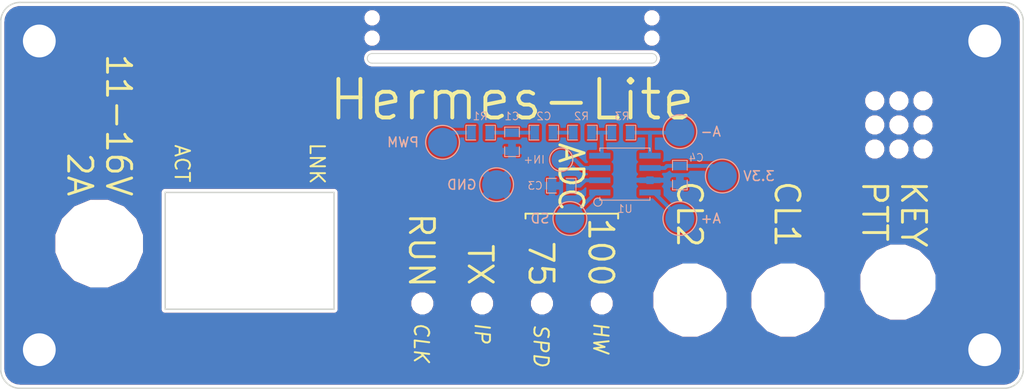
<source format=kicad_pcb>
(kicad_pcb (version 20171130) (host pcbnew 5.0.2-bee76a0~70~ubuntu16.04.1)

  (general
    (thickness 1.6)
    (drawings 47)
    (tracks 28)
    (zones 0)
    (modules 22)
    (nets 12)
  )

  (page USLetter)
  (title_block
    (date 2019-08-29)
  )

  (layers
    (0 F.Cu signal)
    (31 B.Cu signal hide)
    (32 B.Adhes user)
    (33 F.Adhes user)
    (34 B.Paste user)
    (35 F.Paste user)
    (36 B.SilkS user)
    (37 F.SilkS user)
    (38 B.Mask user)
    (39 F.Mask user)
    (40 Dwgs.User user)
    (41 Cmts.User user)
    (42 Eco1.User user)
    (43 Eco2.User user)
    (44 Edge.Cuts user)
    (45 Margin user)
    (46 B.CrtYd user hide)
    (47 F.CrtYd user)
    (48 B.Fab user)
    (49 F.Fab user hide)
  )

  (setup
    (last_trace_width 0.25)
    (user_trace_width 0.4)
    (trace_clearance 0.2)
    (zone_clearance 0.3)
    (zone_45_only no)
    (trace_min 0.2)
    (segment_width 0.2)
    (edge_width 0.15)
    (via_size 0.8)
    (via_drill 0.4)
    (via_min_size 0.4)
    (via_min_drill 0.3)
    (uvia_size 0.3)
    (uvia_drill 0.1)
    (uvias_allowed no)
    (uvia_min_size 0.2)
    (uvia_min_drill 0.1)
    (pcb_text_width 0.3)
    (pcb_text_size 1.5 1.5)
    (mod_edge_width 0.15)
    (mod_text_size 1 1)
    (mod_text_width 0.15)
    (pad_size 1.524 1.524)
    (pad_drill 0.762)
    (pad_to_mask_clearance 0.051)
    (solder_mask_min_width 0.25)
    (aux_axis_origin 50 65)
    (grid_origin 50 65)
    (visible_elements FFFEFF7F)
    (pcbplotparams
      (layerselection 0x015fc_ffffffff)
      (usegerberextensions false)
      (usegerberattributes false)
      (usegerberadvancedattributes false)
      (creategerberjobfile false)
      (excludeedgelayer true)
      (linewidth 0.100000)
      (plotframeref false)
      (viasonmask false)
      (mode 1)
      (useauxorigin true)
      (hpglpennumber 1)
      (hpglpenspeed 20)
      (hpglpendiameter 15.000000)
      (psnegative false)
      (psa4output false)
      (plotreference true)
      (plotvalue true)
      (plotinvisibletext false)
      (padsonsilk false)
      (subtractmaskfromsilk false)
      (outputformat 1)
      (mirror false)
      (drillshape 0)
      (scaleselection 1)
      (outputdirectory "gerber/"))
  )

  (net 0 "")
  (net 1 GND)
  (net 2 "Net-(C1-Pad1)")
  (net 3 "Net-(C2-Pad1)")
  (net 4 "Net-(C3-Pad1)")
  (net 5 "Net-(C4-Pad2)")
  (net 6 "Net-(R1-Pad2)")
  (net 7 "Net-(R2-Pad1)")
  (net 8 "Net-(R3-Pad1)")
  (net 9 "Net-(TP4-Pad1)")
  (net 10 "Net-(TP6-Pad1)")
  (net 11 "Net-(TP7-Pad1)")

  (net_class Default "This is the default net class."
    (clearance 0.2)
    (trace_width 0.25)
    (via_dia 0.8)
    (via_drill 0.4)
    (uvia_dia 0.3)
    (uvia_drill 0.1)
    (add_net GND)
    (add_net "Net-(C1-Pad1)")
    (add_net "Net-(C2-Pad1)")
    (add_net "Net-(C3-Pad1)")
    (add_net "Net-(C4-Pad2)")
    (add_net "Net-(R1-Pad2)")
    (add_net "Net-(R2-Pad1)")
    (add_net "Net-(R3-Pad1)")
    (add_net "Net-(TP4-Pad1)")
    (add_net "Net-(TP6-Pad1)")
    (add_net "Net-(TP7-Pad1)")
  )

  (module endcaplib:mh3mmround (layer F.Cu) (tedit 5D68A448) (tstamp 5D651D9B)
    (at 54 69)
    (path /5D58DD5D)
    (zone_connect 2)
    (fp_text reference MH1 (at 0.1 3.7) (layer F.SilkS) hide
      (effects (font (size 1 1) (thickness 0.15)))
    )
    (fp_text value 3mm (at 0.1 -3.6) (layer F.Fab)
      (effects (font (size 1 1) (thickness 0.15)))
    )
    (fp_arc (start 0 0) (end 0 -1.7) (angle -180) (layer Dwgs.User) (width 0.1))
    (fp_arc (start 0 0) (end 0 1.7) (angle -180) (layer Dwgs.User) (width 0.1))
    (fp_line (start 0 0) (end 0 -1) (layer Dwgs.User) (width 0.1))
    (fp_line (start 0 0) (end 0 1) (layer Dwgs.User) (width 0.1))
    (fp_line (start -1.1 0) (end 1.1 0) (layer Dwgs.User) (width 0.1))
    (pad 1 thru_hole circle (at 0 0) (size 4.9 4.9) (drill 3.4) (layers *.Cu *.Mask)
      (net 1 GND) (zone_connect 2))
  )

  (module endcaplib:mh3mmround (layer F.Cu) (tedit 5D68A448) (tstamp 5D651DA0)
    (at 152 69)
    (path /5D58DECC)
    (zone_connect 2)
    (fp_text reference MH2 (at 0.1 3.7) (layer F.SilkS) hide
      (effects (font (size 1 1) (thickness 0.15)))
    )
    (fp_text value 3mm (at 0.1 -3.6) (layer F.Fab)
      (effects (font (size 1 1) (thickness 0.15)))
    )
    (fp_arc (start 0 0) (end 0 -1.7) (angle -180) (layer Dwgs.User) (width 0.1))
    (fp_arc (start 0 0) (end 0 1.7) (angle -180) (layer Dwgs.User) (width 0.1))
    (fp_line (start 0 0) (end 0 -1) (layer Dwgs.User) (width 0.1))
    (fp_line (start 0 0) (end 0 1) (layer Dwgs.User) (width 0.1))
    (fp_line (start -1.1 0) (end 1.1 0) (layer Dwgs.User) (width 0.1))
    (pad 1 thru_hole circle (at 0 0) (size 4.9 4.9) (drill 3.4) (layers *.Cu *.Mask)
      (net 1 GND) (zone_connect 2))
  )

  (module endcaplib:mh3mmround (layer F.Cu) (tedit 5D68A448) (tstamp 5D651DA5)
    (at 152 101)
    (path /5D58DF0A)
    (zone_connect 2)
    (fp_text reference MH3 (at 0.1 3.7) (layer F.SilkS) hide
      (effects (font (size 1 1) (thickness 0.15)))
    )
    (fp_text value 3mm (at 0.1 -3.6) (layer F.Fab)
      (effects (font (size 1 1) (thickness 0.15)))
    )
    (fp_arc (start 0 0) (end 0 -1.7) (angle -180) (layer Dwgs.User) (width 0.1))
    (fp_arc (start 0 0) (end 0 1.7) (angle -180) (layer Dwgs.User) (width 0.1))
    (fp_line (start 0 0) (end 0 -1) (layer Dwgs.User) (width 0.1))
    (fp_line (start 0 0) (end 0 1) (layer Dwgs.User) (width 0.1))
    (fp_line (start -1.1 0) (end 1.1 0) (layer Dwgs.User) (width 0.1))
    (pad 1 thru_hole circle (at 0 0) (size 4.9 4.9) (drill 3.4) (layers *.Cu *.Mask)
      (net 1 GND) (zone_connect 2))
  )

  (module endcaplib:mh3mmround (layer F.Cu) (tedit 5D68A448) (tstamp 5D651DAA)
    (at 54 101)
    (path /5D58DF75)
    (zone_connect 2)
    (fp_text reference MH4 (at 0.1 3.7) (layer F.SilkS) hide
      (effects (font (size 1 1) (thickness 0.15)))
    )
    (fp_text value 3mm (at 0.1 -3.6) (layer F.Fab)
      (effects (font (size 1 1) (thickness 0.15)))
    )
    (fp_arc (start 0 0) (end 0 -1.7) (angle -180) (layer Dwgs.User) (width 0.1))
    (fp_arc (start 0 0) (end 0 1.7) (angle -180) (layer Dwgs.User) (width 0.1))
    (fp_line (start 0 0) (end 0 -1) (layer Dwgs.User) (width 0.1))
    (fp_line (start 0 0) (end 0 1) (layer Dwgs.User) (width 0.1))
    (fp_line (start -1.1 0) (end 1.1 0) (layer Dwgs.User) (width 0.1))
    (pad 1 thru_hole circle (at 0 0) (size 4.9 4.9) (drill 3.4) (layers *.Cu *.Mask)
      (net 1 GND) (zone_connect 2))
  )

  (module endcaplib:basic_front (layer F.Cu) (tedit 5D61973E) (tstamp 5D68AAE8)
    (at 60.2 96.5)
    (fp_text reference REF** (at -3.2 4.9) (layer F.SilkS) hide
      (effects (font (size 1 1) (thickness 0.15)))
    )
    (fp_text value power_ethernet (at -6.3 -4.1) (layer F.Fab)
      (effects (font (size 1 1) (thickness 0.15)))
    )
    (fp_line (start 71.4 -1.635) (end 71.4 0.365) (layer Dwgs.User) (width 0.1))
    (fp_line (start 61.24 -1.635) (end 61.24 0.365) (layer Dwgs.User) (width 0.1))
    (fp_line (start 70.4 -0.635) (end 72.4 -0.635) (layer Dwgs.User) (width 0.1))
    (fp_line (start 60.24 -0.635) (end 62.24 -0.635) (layer Dwgs.User) (width 0.1))
    (fp_circle (center 71.4 -0.635) (end 74.95 -0.635) (layer Dwgs.User) (width 0.1))
    (fp_circle (center 61.24 -0.635) (end 64.79 -0.635) (layer Dwgs.User) (width 0.1))
    (fp_line (start 7.6 -1.4) (end 9.6 -1.4) (layer Dwgs.User) (width 0.1))
    (fp_line (start 8.6 -0.4) (end 8.6 -2.4) (layer Dwgs.User) (width 0.1))
    (fp_circle (center 8.6 -1.4) (end 10.4 -1.4) (layer Dwgs.User) (width 0.1))
    (fp_line (start 8.6 -11.1) (end 8.6 -9.1) (layer Dwgs.User) (width 0.1))
    (fp_line (start 7.6 -10.1) (end 9.6 -10.1) (layer Dwgs.User) (width 0.1))
    (fp_circle (center 8.6 -10.1) (end 10.4 -10.1) (layer Dwgs.User) (width 0.1))
    (fp_line (start 23.6 -10.1) (end 21.6 -10.1) (layer Dwgs.User) (width 0.1))
    (fp_line (start 22.6 -9.1) (end 22.6 -11.1) (layer Dwgs.User) (width 0.1))
    (fp_circle (center 22.6 -10.1) (end 24.4 -10.1) (layer Dwgs.User) (width 0.1))
    (fp_line (start 22.6 -2.4) (end 22.6 -0.4) (layer Dwgs.User) (width 0.1))
    (fp_line (start 21.6 -1.4) (end 23.6 -1.4) (layer Dwgs.User) (width 0.1))
    (fp_circle (center 22.6 -1.4) (end 24.4 -1.4) (layer Dwgs.User) (width 0.1))
    (fp_line (start 22.2 -5.7) (end 24.2 -5.7) (layer Dwgs.User) (width 0.1))
    (fp_line (start 23.2 -6.7) (end 23.2 -4.7) (layer Dwgs.User) (width 0.1))
    (fp_circle (center 23.2 -5.7) (end 24.4 -5.7) (layer Dwgs.User) (width 0.1))
    (fp_line (start 7 -5.7) (end 9 -5.7) (layer Dwgs.User) (width 0.1))
    (fp_line (start 8 -6.7) (end 8 -4.7) (layer Dwgs.User) (width 0.1))
    (fp_circle (center 8 -5.7) (end 9.2 -5.7) (layer Dwgs.User) (width 0.1))
    (fp_line (start 14.6 -5.75) (end 16.6 -5.75) (layer Dwgs.User) (width 0.1))
    (fp_line (start 15.6 -6.75) (end 15.6 -4.75) (layer Dwgs.User) (width 0.1))
    (fp_circle (center 15.6 -5.75) (end 21.74 -5.75) (layer Dwgs.User) (width 0.1))
    (fp_circle (center 82.8 -2.5) (end 86.412478 -2.5) (layer Dwgs.User) (width 0.1))
    (fp_line (start 82.8 -3.5) (end 82.8 -1.5) (layer Dwgs.User) (width 0.1))
    (fp_line (start 81.8 -2.5) (end 83.8 -2.5) (layer Dwgs.User) (width 0.1))
    (fp_circle (center 52.1 -0.3) (end 52.960233 -0.3) (layer Dwgs.User) (width 0.1))
    (fp_line (start 51.1 -0.3) (end 53.1 -0.3) (layer Dwgs.User) (width 0.1))
    (fp_line (start 52.1 -1.3) (end 52.1 0.7) (layer Dwgs.User) (width 0.1))
    (fp_circle (center 45.9 -0.3) (end 46.794427 -0.3) (layer Dwgs.User) (width 0.1))
    (fp_line (start 45.9 -1.3) (end 45.9 0.7) (layer Dwgs.User) (width 0.1))
    (fp_line (start 46.9 -0.3) (end 44.9 -0.3) (layer Dwgs.User) (width 0.1))
    (fp_circle (center 39.7 -0.3) (end 40.548528 -0.3) (layer Dwgs.User) (width 0.1))
    (fp_line (start 39.7 -1.3) (end 39.7 0.7) (layer Dwgs.User) (width 0.1))
    (fp_line (start 40.7 -0.3) (end 38.7 -0.3) (layer Dwgs.User) (width 0.1))
    (fp_circle (center 33.5 -0.3) (end 34.394427 -0.3) (layer Dwgs.User) (width 0.1))
    (fp_line (start 33.5 -1.3) (end 33.5 0.7) (layer Dwgs.User) (width 0.1))
    (fp_line (start 32.5 -0.3) (end 34.5 -0.3) (layer Dwgs.User) (width 0.1))
    (fp_circle (center 0 -6.5) (end 4.301163 -6.5) (layer Dwgs.User) (width 0.1))
    (fp_line (start -1 -6.5) (end 1 -6.5) (layer Dwgs.User) (width 0.1))
    (fp_line (start 0 -7.5) (end 0 -5.5) (layer Dwgs.User) (width 0.1))
    (fp_line (start 6.85 0.3) (end 24.35 0.3) (layer Edge.Cuts) (width 0.15))
    (fp_line (start 6.85 -11.8) (end 24.35 -11.8) (layer Edge.Cuts) (width 0.15))
    (fp_line (start 6.85 -11.8) (end 6.85 0.3) (layer Edge.Cuts) (width 0.15))
    (fp_line (start 24.35 -11.8) (end 24.35 0.3) (layer Edge.Cuts) (width 0.15))
    (pad "" np_thru_hole circle (at 71.4 -0.635) (size 7 7) (drill 7) (layers *.Cu *.Mask))
    (pad "" np_thru_hole circle (at 61.24 -0.635) (size 7 7) (drill 7) (layers *.Cu *.Mask))
    (pad "" np_thru_hole circle (at 0 -6.5) (size 8.5 8.5) (drill 8.5) (layers *.Cu *.Mask))
    (pad "" np_thru_hole circle (at 33.5 -0.3) (size 1.7 1.7) (drill 1.7) (layers *.Cu *.Mask))
    (pad "" np_thru_hole circle (at 39.7 -0.3) (size 1.7 1.7) (drill 1.7) (layers *.Cu *.Mask))
    (pad "" np_thru_hole circle (at 45.9 -0.3) (size 1.7 1.7) (drill 1.7) (layers *.Cu *.Mask))
    (pad "" np_thru_hole circle (at 52.1 -0.3) (size 1.7 1.7) (drill 1.7) (layers *.Cu *.Mask))
    (pad "" np_thru_hole circle (at 82.8 -2.5) (size 7.2 7.2) (drill 7.2) (layers *.Cu *.Mask))
  )

  (module endcaplib:cablebreak (layer F.Cu) (tedit 5D61C810) (tstamp 5D61C9DF)
    (at 103 65)
    (fp_text reference REF** (at -8.4 4.2) (layer F.SilkS) hide
      (effects (font (size 1 1) (thickness 0.15)))
    )
    (fp_text value cablebreak (at 9.2 -4.6) (layer F.Fab) hide
      (effects (font (size 1 1) (thickness 0.15)))
    )
    (fp_arc (start -14.5 5.8) (end -14.5 5.3) (angle -180) (layer Edge.Cuts) (width 0.1))
    (fp_line (start 14.5 5.3) (end -14.5 5.3) (layer Edge.Cuts) (width 0.1))
    (fp_arc (start 14.5 5.8) (end 14.5 6.3) (angle -180) (layer Edge.Cuts) (width 0.1))
    (fp_line (start -14.5 6.3) (end 14.5 6.3) (layer Edge.Cuts) (width 0.1))
    (pad "" np_thru_hole circle (at 14.5 3.7) (size 1 1) (drill 1) (layers *.Cu *.Mask))
    (pad "" np_thru_hole circle (at 14.5 1.6) (size 1 1) (drill 1) (layers *.Cu *.Mask))
    (pad "" np_thru_hole circle (at -14.5 1.6) (size 1 1) (drill 1) (layers *.Cu *.Mask))
    (pad "" np_thru_hole circle (at -14.5 3.7) (size 1 1) (drill 1) (layers *.Cu *.Mask))
  )

  (module endcaplib:SMD-0805 (layer B.Cu) (tedit 5796CB05) (tstamp 5D6E5F5C)
    (at 103 79.4525 270)
    (path /5D60D9D8)
    (attr smd)
    (fp_text reference C1 (at -2.6525 0) (layer B.SilkS)
      (effects (font (size 0.8 0.8) (thickness 0.1)) (justify mirror))
    )
    (fp_text value 1uF (at 0 -0.381 270) (layer B.SilkS) hide
      (effects (font (size 0.8 0.8) (thickness 0.1)) (justify mirror))
    )
    (fp_line (start -0.508 -0.762) (end -1.524 -0.762) (layer B.SilkS) (width 0.1))
    (fp_line (start -1.524 -0.762) (end -1.524 0.762) (layer B.SilkS) (width 0.1))
    (fp_line (start -1.524 0.762) (end -0.508 0.762) (layer B.SilkS) (width 0.1))
    (fp_line (start 0.508 0.762) (end 1.524 0.762) (layer B.SilkS) (width 0.1))
    (fp_line (start 1.524 0.762) (end 1.524 -0.762) (layer B.SilkS) (width 0.1))
    (fp_line (start 1.524 -0.762) (end 0.508 -0.762) (layer B.SilkS) (width 0.1))
    (pad 1 smd rect (at -0.9525 0 270) (size 0.889 1.397) (layers B.Cu B.Paste B.Mask)
      (net 2 "Net-(C1-Pad1)"))
    (pad 2 smd rect (at 0.9525 0 270) (size 0.889 1.397) (layers B.Cu B.Paste B.Mask)
      (net 1 GND))
    (model smd/chip_cms.wrl
      (at (xyz 0 0 0))
      (scale (xyz 0.1 0.1 0.1))
      (rotate (xyz 0 0 0))
    )
  )

  (module endcaplib:SMD-0805 (layer B.Cu) (tedit 5796CB05) (tstamp 5D6E608B)
    (at 106.3 78.5 180)
    (path /5D60D446)
    (attr smd)
    (fp_text reference C2 (at 0 1.7 180) (layer B.SilkS)
      (effects (font (size 0.8 0.8) (thickness 0.1)) (justify mirror))
    )
    (fp_text value 0.1uF (at 0 -0.381 180) (layer B.SilkS) hide
      (effects (font (size 0.8 0.8) (thickness 0.1)) (justify mirror))
    )
    (fp_line (start -0.508 -0.762) (end -1.524 -0.762) (layer B.SilkS) (width 0.1))
    (fp_line (start -1.524 -0.762) (end -1.524 0.762) (layer B.SilkS) (width 0.1))
    (fp_line (start -1.524 0.762) (end -0.508 0.762) (layer B.SilkS) (width 0.1))
    (fp_line (start 0.508 0.762) (end 1.524 0.762) (layer B.SilkS) (width 0.1))
    (fp_line (start 1.524 0.762) (end 1.524 -0.762) (layer B.SilkS) (width 0.1))
    (fp_line (start 1.524 -0.762) (end 0.508 -0.762) (layer B.SilkS) (width 0.1))
    (pad 1 smd rect (at -0.9525 0 180) (size 0.889 1.397) (layers B.Cu B.Paste B.Mask)
      (net 3 "Net-(C2-Pad1)"))
    (pad 2 smd rect (at 0.9525 0 180) (size 0.889 1.397) (layers B.Cu B.Paste B.Mask)
      (net 2 "Net-(C1-Pad1)"))
    (model smd/chip_cms.wrl
      (at (xyz 0 0 0))
      (scale (xyz 0.1 0.1 0.1))
      (rotate (xyz 0 0 0))
    )
  )

  (module endcaplib:SMD-0805 (layer B.Cu) (tedit 5796CB05) (tstamp 5D792B91)
    (at 108.1 84 180)
    (path /5D60D727)
    (attr smd)
    (fp_text reference C3 (at 2.7 0 180) (layer B.SilkS)
      (effects (font (size 0.8 0.8) (thickness 0.1)) (justify mirror))
    )
    (fp_text value 0.47uF (at 0 -0.381 180) (layer B.SilkS) hide
      (effects (font (size 0.8 0.8) (thickness 0.1)) (justify mirror))
    )
    (fp_line (start 1.524 -0.762) (end 0.508 -0.762) (layer B.SilkS) (width 0.1))
    (fp_line (start 1.524 0.762) (end 1.524 -0.762) (layer B.SilkS) (width 0.1))
    (fp_line (start 0.508 0.762) (end 1.524 0.762) (layer B.SilkS) (width 0.1))
    (fp_line (start -1.524 0.762) (end -0.508 0.762) (layer B.SilkS) (width 0.1))
    (fp_line (start -1.524 -0.762) (end -1.524 0.762) (layer B.SilkS) (width 0.1))
    (fp_line (start -0.508 -0.762) (end -1.524 -0.762) (layer B.SilkS) (width 0.1))
    (pad 2 smd rect (at 0.9525 0 180) (size 0.889 1.397) (layers B.Cu B.Paste B.Mask)
      (net 1 GND))
    (pad 1 smd rect (at -0.9525 0 180) (size 0.889 1.397) (layers B.Cu B.Paste B.Mask)
      (net 4 "Net-(C3-Pad1)"))
    (model smd/chip_cms.wrl
      (at (xyz 0 0 0))
      (scale (xyz 0.1 0.1 0.1))
      (rotate (xyz 0 0 0))
    )
  )

  (module endcaplib:SMD-0805 (layer B.Cu) (tedit 5796CB05) (tstamp 5D6E652E)
    (at 120.4 82.9 90)
    (path /5D60D685)
    (attr smd)
    (fp_text reference C4 (at 1.8 1.7 180) (layer B.SilkS)
      (effects (font (size 0.8 0.8) (thickness 0.1)) (justify mirror))
    )
    (fp_text value 1uF (at 0 -0.381 90) (layer B.SilkS) hide
      (effects (font (size 0.8 0.8) (thickness 0.1)) (justify mirror))
    )
    (fp_line (start -0.508 -0.762) (end -1.524 -0.762) (layer B.SilkS) (width 0.1))
    (fp_line (start -1.524 -0.762) (end -1.524 0.762) (layer B.SilkS) (width 0.1))
    (fp_line (start -1.524 0.762) (end -0.508 0.762) (layer B.SilkS) (width 0.1))
    (fp_line (start 0.508 0.762) (end 1.524 0.762) (layer B.SilkS) (width 0.1))
    (fp_line (start 1.524 0.762) (end 1.524 -0.762) (layer B.SilkS) (width 0.1))
    (fp_line (start 1.524 -0.762) (end 0.508 -0.762) (layer B.SilkS) (width 0.1))
    (pad 1 smd rect (at -0.9525 0 90) (size 0.889 1.397) (layers B.Cu B.Paste B.Mask)
      (net 1 GND))
    (pad 2 smd rect (at 0.9525 0 90) (size 0.889 1.397) (layers B.Cu B.Paste B.Mask)
      (net 5 "Net-(C4-Pad2)"))
    (model smd/chip_cms.wrl
      (at (xyz 0 0 0))
      (scale (xyz 0.1 0.1 0.1))
      (rotate (xyz 0 0 0))
    )
  )

  (module endcaplib:SMD-0805 (layer B.Cu) (tedit 5796CB05) (tstamp 5D6E624C)
    (at 99.7475 78.5 180)
    (path /5D60DD39)
    (attr smd)
    (fp_text reference R1 (at 0.0475 1.7 180) (layer B.SilkS)
      (effects (font (size 0.8 0.8) (thickness 0.1)) (justify mirror))
    )
    (fp_text value 220 (at 0 -0.381 180) (layer B.SilkS) hide
      (effects (font (size 0.8 0.8) (thickness 0.1)) (justify mirror))
    )
    (fp_line (start 1.524 -0.762) (end 0.508 -0.762) (layer B.SilkS) (width 0.1))
    (fp_line (start 1.524 0.762) (end 1.524 -0.762) (layer B.SilkS) (width 0.1))
    (fp_line (start 0.508 0.762) (end 1.524 0.762) (layer B.SilkS) (width 0.1))
    (fp_line (start -1.524 0.762) (end -0.508 0.762) (layer B.SilkS) (width 0.1))
    (fp_line (start -1.524 -0.762) (end -1.524 0.762) (layer B.SilkS) (width 0.1))
    (fp_line (start -0.508 -0.762) (end -1.524 -0.762) (layer B.SilkS) (width 0.1))
    (pad 2 smd rect (at 0.9525 0 180) (size 0.889 1.397) (layers B.Cu B.Paste B.Mask)
      (net 6 "Net-(R1-Pad2)"))
    (pad 1 smd rect (at -0.9525 0 180) (size 0.889 1.397) (layers B.Cu B.Paste B.Mask)
      (net 2 "Net-(C1-Pad1)"))
    (model smd/chip_cms.wrl
      (at (xyz 0 0 0))
      (scale (xyz 0.1 0.1 0.1))
      (rotate (xyz 0 0 0))
    )
  )

  (module endcaplib:SMD-0805 (layer B.Cu) (tedit 5796CB05) (tstamp 5D6E6439)
    (at 110.3 78.5 180)
    (path /5D61F1D0)
    (attr smd)
    (fp_text reference R2 (at 0.1 1.7 180) (layer B.SilkS)
      (effects (font (size 0.8 0.8) (thickness 0.1)) (justify mirror))
    )
    (fp_text value 20K (at 0 -0.381 180) (layer B.SilkS) hide
      (effects (font (size 0.8 0.8) (thickness 0.1)) (justify mirror))
    )
    (fp_line (start -0.508 -0.762) (end -1.524 -0.762) (layer B.SilkS) (width 0.1))
    (fp_line (start -1.524 -0.762) (end -1.524 0.762) (layer B.SilkS) (width 0.1))
    (fp_line (start -1.524 0.762) (end -0.508 0.762) (layer B.SilkS) (width 0.1))
    (fp_line (start 0.508 0.762) (end 1.524 0.762) (layer B.SilkS) (width 0.1))
    (fp_line (start 1.524 0.762) (end 1.524 -0.762) (layer B.SilkS) (width 0.1))
    (fp_line (start 1.524 -0.762) (end 0.508 -0.762) (layer B.SilkS) (width 0.1))
    (pad 1 smd rect (at -0.9525 0 180) (size 0.889 1.397) (layers B.Cu B.Paste B.Mask)
      (net 7 "Net-(R2-Pad1)"))
    (pad 2 smd rect (at 0.9525 0 180) (size 0.889 1.397) (layers B.Cu B.Paste B.Mask)
      (net 3 "Net-(C2-Pad1)"))
    (model smd/chip_cms.wrl
      (at (xyz 0 0 0))
      (scale (xyz 0.1 0.1 0.1))
      (rotate (xyz 0 0 0))
    )
  )

  (module endcaplib:SMD-0805 (layer B.Cu) (tedit 5796CB05) (tstamp 5D6E5FE9)
    (at 114.3 78.5 180)
    (path /5D61F288)
    (attr smd)
    (fp_text reference R3 (at -0.1 1.7 180) (layer B.SilkS)
      (effects (font (size 0.8 0.8) (thickness 0.1)) (justify mirror))
    )
    (fp_text value 20K (at 0 -0.381 180) (layer B.SilkS) hide
      (effects (font (size 0.8 0.8) (thickness 0.1)) (justify mirror))
    )
    (fp_line (start 1.524 -0.762) (end 0.508 -0.762) (layer B.SilkS) (width 0.1))
    (fp_line (start 1.524 0.762) (end 1.524 -0.762) (layer B.SilkS) (width 0.1))
    (fp_line (start 0.508 0.762) (end 1.524 0.762) (layer B.SilkS) (width 0.1))
    (fp_line (start -1.524 0.762) (end -0.508 0.762) (layer B.SilkS) (width 0.1))
    (fp_line (start -1.524 -0.762) (end -1.524 0.762) (layer B.SilkS) (width 0.1))
    (fp_line (start -0.508 -0.762) (end -1.524 -0.762) (layer B.SilkS) (width 0.1))
    (pad 2 smd rect (at 0.9525 0 180) (size 0.889 1.397) (layers B.Cu B.Paste B.Mask)
      (net 7 "Net-(R2-Pad1)"))
    (pad 1 smd rect (at -0.9525 0 180) (size 0.889 1.397) (layers B.Cu B.Paste B.Mask)
      (net 8 "Net-(R3-Pad1)"))
    (model smd/chip_cms.wrl
      (at (xyz 0 0 0))
      (scale (xyz 0.1 0.1 0.1))
      (rotate (xyz 0 0 0))
    )
  )

  (module TestPoint:TestPoint_Pad_D3.0mm (layer B.Cu) (tedit 5D61DEDB) (tstamp 5D792CEA)
    (at 95.8 79.5)
    (descr "SMD pad as test Point, diameter 3.0mm")
    (tags "test point SMD pad")
    (path /5D60D4E5)
    (attr virtual)
    (fp_text reference TP1 (at 0 2.398) (layer B.SilkS) hide
      (effects (font (size 1 1) (thickness 0.15)) (justify mirror))
    )
    (fp_text value PWM (at -4.1 0) (layer B.SilkS)
      (effects (font (size 1 1) (thickness 0.15)) (justify mirror))
    )
    (fp_circle (center 0 0) (end 0 -1.75) (layer B.SilkS) (width 0.12))
    (fp_circle (center 0 0) (end 2 0) (layer B.CrtYd) (width 0.05))
    (fp_text user %R (at 0 2.4) (layer B.SilkS) hide
      (effects (font (size 1 1) (thickness 0.15)) (justify mirror))
    )
    (pad 1 smd circle (at 0 0) (size 3 3) (layers B.Cu B.Mask)
      (net 6 "Net-(R1-Pad2)"))
  )

  (module TestPoint:TestPoint_Pad_D3.0mm (layer B.Cu) (tedit 5D61DF62) (tstamp 5D792DE9)
    (at 101.4 83.9)
    (descr "SMD pad as test Point, diameter 3.0mm")
    (tags "test point SMD pad")
    (path /5D60D5F7)
    (attr virtual)
    (fp_text reference TP2 (at 0 2.398) (layer B.SilkS) hide
      (effects (font (size 1 1) (thickness 0.15)) (justify mirror))
    )
    (fp_text value GND (at -3.6 0) (layer B.SilkS)
      (effects (font (size 1 1) (thickness 0.15)) (justify mirror))
    )
    (fp_text user %R (at 0 2.4) (layer B.Fab) hide
      (effects (font (size 1 1) (thickness 0.15)) (justify mirror))
    )
    (fp_circle (center 0 0) (end 2 0) (layer B.CrtYd) (width 0.05))
    (fp_circle (center 0 0) (end 0 -1.75) (layer B.SilkS) (width 0.12))
    (pad 1 smd circle (at 0 0) (size 3 3) (layers B.Cu B.Mask)
      (net 1 GND))
  )

  (module TestPoint:TestPoint_Pad_D3.0mm (layer B.Cu) (tedit 5D61DFCB) (tstamp 5D6E6051)
    (at 124.8 83)
    (descr "SMD pad as test Point, diameter 3.0mm")
    (tags "test point SMD pad")
    (path /5D60E2FA)
    (attr virtual)
    (fp_text reference TP3 (at 0 2.398) (layer B.SilkS) hide
      (effects (font (size 1 1) (thickness 0.15)) (justify mirror))
    )
    (fp_text value 3.3V (at 3.8 0) (layer B.SilkS)
      (effects (font (size 1 1) (thickness 0.15)) (justify mirror))
    )
    (fp_text user %R (at 0 2.4) (layer B.Fab) hide
      (effects (font (size 1 1) (thickness 0.15)) (justify mirror))
    )
    (fp_circle (center 0 0) (end 2 0) (layer B.CrtYd) (width 0.05))
    (fp_circle (center 0 0) (end 0 -1.75) (layer B.SilkS) (width 0.12))
    (pad 1 smd circle (at 0 0) (size 3 3) (layers B.Cu B.Mask)
      (net 5 "Net-(C4-Pad2)"))
  )

  (module TestPoint:TestPoint_Pad_D3.0mm (layer B.Cu) (tedit 5D61DC41) (tstamp 5D6E655A)
    (at 120.4 87.4)
    (descr "SMD pad as test Point, diameter 3.0mm")
    (tags "test point SMD pad")
    (path /5D60D307)
    (attr virtual)
    (fp_text reference TP4 (at 0 2.398) (layer B.SilkS) hide
      (effects (font (size 1 1) (thickness 0.15)) (justify mirror))
    )
    (fp_text value A+ (at 3.2 0) (layer B.SilkS)
      (effects (font (size 1 1) (thickness 0.15)) (justify mirror))
    )
    (fp_circle (center 0 0) (end 0 -1.75) (layer B.SilkS) (width 0.12))
    (fp_circle (center 0 0) (end 2 0) (layer B.CrtYd) (width 0.05))
    (fp_text user %R (at 0 2.4) (layer B.Fab) hide
      (effects (font (size 1 1) (thickness 0.15)) (justify mirror))
    )
    (pad 1 smd circle (at 0 0) (size 3 3) (layers B.Cu B.Mask)
      (net 9 "Net-(TP4-Pad1)"))
  )

  (module TestPoint:TestPoint_Pad_D3.0mm (layer B.Cu) (tedit 5D61DC29) (tstamp 5D6E6027)
    (at 120.4 78.4)
    (descr "SMD pad as test Point, diameter 3.0mm")
    (tags "test point SMD pad")
    (path /5D60D3CC)
    (attr virtual)
    (fp_text reference TP5 (at 0 2.398) (layer B.SilkS) hide
      (effects (font (size 1 1) (thickness 0.15)) (justify mirror))
    )
    (fp_text value A- (at 3.2 0) (layer B.SilkS)
      (effects (font (size 1 1) (thickness 0.15)) (justify mirror))
    )
    (fp_text user %R (at 0 2.4) (layer B.Fab) hide
      (effects (font (size 1 1) (thickness 0.15)) (justify mirror))
    )
    (fp_circle (center 0 0) (end 2 0) (layer B.CrtYd) (width 0.05))
    (fp_circle (center 0 0) (end 0 -1.75) (layer B.SilkS) (width 0.12))
    (pad 1 smd circle (at 0 0) (size 3 3) (layers B.Cu B.Mask)
      (net 8 "Net-(R3-Pad1)"))
  )

  (module TestPoint:TestPoint_Pad_D3.0mm (layer B.Cu) (tedit 5D61DD4F) (tstamp 5D792B21)
    (at 109 87.4)
    (descr "SMD pad as test Point, diameter 3.0mm")
    (tags "test point SMD pad")
    (path /5D612CA5)
    (attr virtual)
    (fp_text reference TP6 (at 0 2.398) (layer B.SilkS) hide
      (effects (font (size 1 1) (thickness 0.15)) (justify mirror))
    )
    (fp_text value SD (at -3.1 0) (layer B.SilkS)
      (effects (font (size 1 1) (thickness 0.15)) (justify mirror))
    )
    (fp_circle (center 0 0) (end 0 -1.75) (layer B.SilkS) (width 0.12))
    (fp_circle (center 0 0) (end 2 0) (layer B.CrtYd) (width 0.05))
    (fp_text user %R (at 0 2.4) (layer B.Fab) hide
      (effects (font (size 1 1) (thickness 0.15)) (justify mirror))
    )
    (pad 1 smd circle (at 0 0) (size 3 3) (layers B.Cu B.Mask)
      (net 10 "Net-(TP6-Pad1)"))
  )

  (module TestPoint:TestPoint_Pad_D2.0mm (layer B.Cu) (tedit 5D61DDB3) (tstamp 5D6E5EDA)
    (at 108.1 81.3)
    (descr "SMD pad as test Point, diameter 2.0mm")
    (tags "test point SMD pad")
    (path /5D6251CC)
    (attr virtual)
    (fp_text reference TP7 (at 0 1.998) (layer B.SilkS) hide
      (effects (font (size 1 1) (thickness 0.15)) (justify mirror))
    )
    (fp_text value IN+ (at -2.8 0) (layer B.SilkS)
      (effects (font (size 0.8 0.8) (thickness 0.1)) (justify mirror))
    )
    (fp_text user %R (at 0 2) (layer B.Fab) hide
      (effects (font (size 1 1) (thickness 0.15)) (justify mirror))
    )
    (fp_circle (center 0 0) (end 1.5 0) (layer B.CrtYd) (width 0.05))
    (fp_circle (center 0 0) (end 0 -1.2) (layer B.SilkS) (width 0.12))
    (pad 1 smd circle (at 0 0) (size 2 2) (layers B.Cu B.Mask)
      (net 11 "Net-(TP7-Pad1)"))
  )

  (module endcaplib:SOIC-8 (layer B.Cu) (tedit 5D61DBF7) (tstamp 5D792655)
    (at 114.7 82.8 90)
    (path /5D61E62F)
    (fp_text reference U1 (at -3.6 0) (layer B.SilkS)
      (effects (font (size 0.8 0.8) (thickness 0.1)) (justify mirror))
    )
    (fp_text value IS31AP4996 (at 3.9 0.1) (layer B.Fab) hide
      (effects (font (size 0.8 0.8) (thickness 0.1)) (justify mirror))
    )
    (fp_circle (center -2.9 -2.8) (end -2.6 -3.1) (layer B.SilkS) (width 0.1))
    (fp_line (start 2.4 -2.6) (end 2.7 -2.6) (layer B.SilkS) (width 0.1))
    (fp_line (start 2.7 -2.6) (end 2.7 2.6) (layer B.SilkS) (width 0.1))
    (fp_line (start 2.7 2.6) (end 2.4 2.6) (layer B.SilkS) (width 0.1))
    (fp_line (start -2.4 2.6) (end -2.7 2.6) (layer B.SilkS) (width 0.1))
    (fp_line (start -2.7 2.6) (end -2.7 -2.6) (layer B.SilkS) (width 0.1))
    (fp_line (start -2.7 -2.6) (end -2.4 -2.6) (layer B.SilkS) (width 0.1))
    (pad 8 smd rect (at -1.905 2.6 90) (size 0.6 2.2) (layers B.Cu B.Paste B.Mask)
      (net 9 "Net-(TP4-Pad1)"))
    (pad 1 smd rect (at -1.905 -2.6 90) (size 0.6 2.2) (layers B.Cu B.Paste B.Mask)
      (net 10 "Net-(TP6-Pad1)"))
    (pad 7 smd rect (at -0.635 2.6 90) (size 0.6 2.2) (layers B.Cu B.Paste B.Mask)
      (net 1 GND))
    (pad 2 smd rect (at -0.635 -2.6 90) (size 0.6 2.2) (layers B.Cu B.Paste B.Mask)
      (net 4 "Net-(C3-Pad1)"))
    (pad 6 smd rect (at 0.635 2.6 90) (size 0.6 2.2) (layers B.Cu B.Paste B.Mask)
      (net 5 "Net-(C4-Pad2)"))
    (pad 3 smd rect (at 0.635 -2.6 90) (size 0.6 2.2) (layers B.Cu B.Paste B.Mask)
      (net 11 "Net-(TP7-Pad1)"))
    (pad 5 smd rect (at 1.905 2.6 90) (size 0.6 2.2) (layers B.Cu B.Paste B.Mask)
      (net 8 "Net-(R3-Pad1)"))
    (pad 4 smd rect (at 1.905 -2.6 90) (size 0.6 2.2) (layers B.Cu B.Paste B.Mask)
      (net 7 "Net-(R2-Pad1)"))
  )

  (module endcaplib:speakerventsmall (layer F.Cu) (tedit 5D68AAE3) (tstamp 5D6A0837)
    (at 140.6 80.2)
    (fp_text reference REF** (at -1.1 3.9) (layer F.SilkS) hide
      (effects (font (size 1 1) (thickness 0.15)))
    )
    (fp_text value speakerventsmall (at -5.2 -3.8) (layer F.Fab)
      (effects (font (size 1 1) (thickness 0.15)))
    )
    (pad "" np_thru_hole circle (at 5 -5) (size 1.4 1.4) (drill 1.4) (layers *.Cu *.Mask))
    (pad "" np_thru_hole circle (at 2.5 -5) (size 1.4 1.4) (drill 1.4) (layers *.Cu *.Mask))
    (pad "" np_thru_hole circle (at 0 -5) (size 1.4 1.4) (drill 1.4) (layers *.Cu *.Mask))
    (pad "" np_thru_hole circle (at 0 -2.5) (size 1.4 1.4) (drill 1.4) (layers *.Cu *.Mask))
    (pad "" np_thru_hole circle (at 2.5 -2.5) (size 1.4 1.4) (drill 1.4) (layers *.Cu *.Mask))
    (pad "" np_thru_hole circle (at 5 -2.5) (size 1.4 1.4) (drill 1.4) (layers *.Cu *.Mask))
    (pad "" np_thru_hole circle (at 5 0) (size 1.4 1.4) (drill 1.4) (layers *.Cu *.Mask))
    (pad "" np_thru_hole circle (at 2.5 0) (size 1.4 1.4) (drill 1.4) (layers *.Cu *.Mask))
    (pad "" np_thru_hole circle (at 0 0) (size 1.4 1.4) (drill 1.4) (layers *.Cu *.Mask))
  )

  (gr_text 2A (at 60.2 96.9) (layer Eco1.User)
    (effects (font (size 2 2) (thickness 0.3)))
  )
  (gr_text 11-16V (at 59.9 83) (layer Eco1.User)
    (effects (font (size 2 2) (thickness 0.3)))
  )
  (gr_text "KEY\nPTT" (at 143 86.7) (layer Eco1.User) (tstamp 5D68AAA7)
    (effects (font (size 2.5 2.5) (thickness 0.3)))
  )
  (gr_text CL1 (at 131.6 88.7) (layer Eco1.User) (tstamp 5D68AAA4)
    (effects (font (size 2.5 2.5) (thickness 0.3)))
  )
  (gr_text CL2 (at 121.44 88.7) (layer Eco1.User)
    (effects (font (size 2.5 2.5) (thickness 0.3)))
  )
  (gr_text ADC (at 109.6 88.7) (layer Eco1.User) (tstamp 5D6A05EC)
    (effects (font (size 2.5 2.5) (thickness 0.3)))
  )
  (gr_line (start 115.5 91) (end 115.5 92) (layer Eco1.User) (width 0.2) (tstamp 5D6A05E9))
  (gr_line (start 103.6 91) (end 115.5 91) (layer Eco1.User) (width 0.2) (tstamp 5D6A05E6))
  (gr_line (start 103.6 92) (end 103.6 91) (layer Eco1.User) (width 0.2) (tstamp 5D6A05E3))
  (gr_text HW (at 112.3 99.7) (layer Eco1.User)
    (effects (font (size 1.5 1.5) (thickness 0.2) italic))
  )
  (gr_text SPD (at 106.1 99.7) (layer Eco1.User)
    (effects (font (size 1.5 1.5) (thickness 0.2) italic))
  )
  (gr_text IP (at 99.9 99.7) (layer Eco1.User)
    (effects (font (size 1.5 1.5) (thickness 0.2) italic))
  )
  (gr_text CLK (at 93.7 99.7) (layer Eco1.User)
    (effects (font (size 1.5 1.5) (thickness 0.2) italic))
  )
  (gr_text 100 (at 112.3 93.1) (layer Eco1.User) (tstamp 5D6C1A8A)
    (effects (font (size 2 2) (thickness 0.3)))
  )
  (gr_text 75 (at 106.1 93.1) (layer Eco1.User) (tstamp 5D6A05DD)
    (effects (font (size 2 2) (thickness 0.3)))
  )
  (gr_text TX (at 99.9 93.1) (layer Eco1.User) (tstamp 5D6A05DA)
    (effects (font (size 2 2) (thickness 0.3)))
  )
  (gr_text RUN (at 93.7 93.1) (layer Eco1.User) (tstamp 5D6A05D7)
    (effects (font (size 2 2) (thickness 0.3)))
  )
  (gr_text LNK (at 82.8 82.7) (layer Eco1.User)
    (effects (font (size 1.5 1.5) (thickness 0.2)))
  )
  (gr_text ACT (at 68.8 82.7) (layer Eco1.User)
    (effects (font (size 1.5 1.5) (thickness 0.2)))
  )
  (gr_text Hermes-Lite (at 103 76.2) (layer Eco1.User) (tstamp 5D6E60AB)
    (effects (font (size 6 6) (thickness 0.7)))
  )
  (gr_line (start 114 86.9) (end 114 87.4) (layer F.SilkS) (width 0.2) (tstamp 5D6A05D4))
  (gr_line (start 104.4 86.9) (end 104.4 87.4) (layer F.SilkS) (width 0.2) (tstamp 5D6A05D1))
  (gr_line (start 114 86.9) (end 104.4 86.9) (layer F.SilkS) (width 0.2) (tstamp 5D6A05CE))
  (gr_text ADC (at 109.1 83.1 270) (layer F.SilkS) (tstamp 5D6A05CB)
    (effects (font (size 2.5 2.5) (thickness 0.3)))
  )
  (gr_text CL2 (at 121.4 83.3 270) (layer F.SilkS)
    (effects (font (size 2.5 2.5) (thickness 0.3)) (justify left))
  )
  (gr_text CL1 (at 131.5 83.3 270) (layer F.SilkS) (tstamp 5D68AAA1)
    (effects (font (size 2.5 2.5) (thickness 0.3)) (justify left))
  )
  (gr_text LNK (at 82.8 81.7 270) (layer F.SilkS)
    (effects (font (size 1.5 1.5) (thickness 0.2)))
  )
  (gr_text ACT (at 68.8 81.7 270) (layer F.SilkS)
    (effects (font (size 1.5 1.5) (thickness 0.2)))
  )
  (gr_text HW (at 112.2 99.8 270) (layer F.SilkS)
    (effects (font (size 1.5 1.5) (thickness 0.2) italic))
  )
  (gr_text SPD (at 106 100.6 270) (layer F.SilkS)
    (effects (font (size 1.5 1.5) (thickness 0.2) italic))
  )
  (gr_text IP (at 99.9 99.3 270) (layer F.SilkS)
    (effects (font (size 1.5 1.5) (thickness 0.2) italic))
  )
  (gr_text CLK (at 93.6 100.3 270) (layer F.SilkS)
    (effects (font (size 1.5 1.5) (thickness 0.2) italic))
  )
  (gr_text RUN (at 93.6 90.7 270) (layer F.SilkS) (tstamp 5D6A05F8)
    (effects (font (size 2.5 2.5) (thickness 0.3)))
  )
  (gr_text TX (at 99.7 92.2 270) (layer F.SilkS) (tstamp 5D6A05F5)
    (effects (font (size 2.5 2.5) (thickness 0.3)))
  )
  (gr_text 100 (at 112.2 90.9 270) (layer F.SilkS) (tstamp 5D6A05F2)
    (effects (font (size 2.5 2.5) (thickness 0.3)))
  )
  (gr_text 75 (at 106 92.1 270) (layer F.SilkS) (tstamp 5D6A05EF)
    (effects (font (size 2.5 2.5) (thickness 0.3)))
  )
  (gr_text "11-16V\n2A" (at 60.2 85.3 270) (layer F.SilkS) (tstamp 5D68B114)
    (effects (font (size 2.5 2.5) (thickness 0.3)) (justify right))
  )
  (gr_text "KEY\nPTT" (at 142.6 83.3 270) (layer F.SilkS) (tstamp 5D68AAAA)
    (effects (font (size 2.5 2.5) (thickness 0.3)) (justify left))
  )
  (gr_text Hermes-Lite (at 103 75.1) (layer F.SilkS)
    (effects (font (size 4 4) (thickness 0.4)))
  )
  (gr_arc (start 154 67) (end 156 67) (angle -90) (layer Edge.Cuts) (width 0.15))
  (gr_arc (start 154 103) (end 154 105) (angle -90) (layer Edge.Cuts) (width 0.15))
  (gr_arc (start 52 103) (end 50 103) (angle -90) (layer Edge.Cuts) (width 0.15))
  (gr_arc (start 52 67) (end 52 65) (angle -90) (layer Edge.Cuts) (width 0.15))
  (gr_line (start 50 103) (end 50 67) (layer Edge.Cuts) (width 0.15))
  (gr_line (start 154 105) (end 52 105) (layer Edge.Cuts) (width 0.15))
  (gr_line (start 156 67) (end 156 103) (layer Edge.Cuts) (width 0.15))
  (gr_line (start 52 65) (end 154 65) (layer Edge.Cuts) (width 0.15) (tstamp 5D689FD9))

  (segment (start 103 78.5) (end 105.3475 78.5) (width 0.4) (layer B.Cu) (net 2))
  (segment (start 100.7 78.5) (end 103 78.5) (width 0.4) (layer B.Cu) (net 2))
  (segment (start 107.2525 78.5) (end 109.3475 78.5) (width 0.4) (layer B.Cu) (net 3))
  (segment (start 110.035 84) (end 109.0525 84) (width 0.4) (layer B.Cu) (net 4))
  (segment (start 110.6 83.435) (end 110.035 84) (width 0.4) (layer B.Cu) (net 4))
  (segment (start 112.1 83.435) (end 110.6 83.435) (width 0.4) (layer B.Cu) (net 4))
  (segment (start 120.4 81.9475) (end 119.0525 81.9475) (width 0.4) (layer B.Cu) (net 5))
  (segment (start 118.835 82.165) (end 117.3 82.165) (width 0.4) (layer B.Cu) (net 5))
  (segment (start 119.0525 81.9475) (end 118.835 82.165) (width 0.4) (layer B.Cu) (net 5))
  (segment (start 123.7475 81.9475) (end 124.8 83) (width 0.4) (layer B.Cu) (net 5))
  (segment (start 120.4 81.9475) (end 123.7475 81.9475) (width 0.4) (layer B.Cu) (net 5))
  (segment (start 96.8 78.5) (end 95.8 79.5) (width 0.4) (layer B.Cu) (net 6))
  (segment (start 98.795 78.5) (end 96.8 78.5) (width 0.4) (layer B.Cu) (net 6))
  (segment (start 111.2525 78.5) (end 113.3475 78.5) (width 0.4) (layer B.Cu) (net 7))
  (segment (start 112.3 80.695) (end 112.1 80.895) (width 0.4) (layer B.Cu) (net 7))
  (segment (start 112.3 78.5) (end 112.3 80.695) (width 0.4) (layer B.Cu) (net 7))
  (segment (start 117.3 80.895) (end 117.3 78.5) (width 0.4) (layer B.Cu) (net 8))
  (segment (start 117.3 78.5) (end 115.2525 78.5) (width 0.4) (layer B.Cu) (net 8))
  (segment (start 120.3 78.5) (end 120.4 78.4) (width 0.4) (layer B.Cu) (net 8))
  (segment (start 117.3 78.5) (end 120.3 78.5) (width 0.4) (layer B.Cu) (net 8))
  (segment (start 117.705 84.705) (end 117.3 84.705) (width 0.4) (layer B.Cu) (net 9))
  (segment (start 120.4 87.4) (end 117.705 84.705) (width 0.4) (layer B.Cu) (net 9))
  (segment (start 111.695 84.705) (end 112.1 84.705) (width 0.4) (layer B.Cu) (net 10))
  (segment (start 109 87.4) (end 111.695 84.705) (width 0.4) (layer B.Cu) (net 10))
  (segment (start 110.6 82.165) (end 112.1 82.165) (width 0.4) (layer B.Cu) (net 11))
  (segment (start 110.379213 82.165) (end 110.6 82.165) (width 0.4) (layer B.Cu) (net 11))
  (segment (start 109.514213 81.3) (end 110.379213 82.165) (width 0.4) (layer B.Cu) (net 11))
  (segment (start 108.1 81.3) (end 109.514213 81.3) (width 0.4) (layer B.Cu) (net 11))

  (zone (net 1) (net_name GND) (layer F.Cu) (tstamp 5D689FD1) (hatch edge 0.508)
    (connect_pads (clearance 0.3))
    (min_thickness 0.2)
    (fill yes (arc_segments 16) (thermal_gap 0.3) (thermal_bridge_width 0.8))
    (polygon
      (pts
        (xy 50 65) (xy 50 105) (xy 156 105) (xy 156 65)
      )
    )
    (filled_polygon
      (pts
        (xy 154.426658 65.540949) (xy 154.819014 65.719342) (xy 155.145532 66.000688) (xy 155.379961 66.362368) (xy 155.508162 66.791043)
        (xy 155.525 67.017626) (xy 155.525001 102.966151) (xy 155.459052 103.426656) (xy 155.280658 103.819015) (xy 154.999312 104.145532)
        (xy 154.637631 104.379962) (xy 154.208957 104.508162) (xy 153.982374 104.525) (xy 52.033842 104.525) (xy 51.573344 104.459052)
        (xy 51.180985 104.280658) (xy 50.854468 103.999312) (xy 50.620038 103.637631) (xy 50.491838 103.208957) (xy 50.475 102.982374)
        (xy 50.475 89.075057) (xy 55.55 89.075057) (xy 55.55 90.924943) (xy 56.25792 92.634013) (xy 57.565987 93.94208)
        (xy 59.275057 94.65) (xy 61.124943 94.65) (xy 62.834013 93.94208) (xy 64.14208 92.634013) (xy 64.85 90.924943)
        (xy 64.85 89.075057) (xy 64.14208 87.365987) (xy 62.834013 86.05792) (xy 61.124943 85.35) (xy 59.275057 85.35)
        (xy 57.565987 86.05792) (xy 56.25792 87.365987) (xy 55.55 89.075057) (xy 50.475 89.075057) (xy 50.475 84.7)
        (xy 66.565695 84.7) (xy 66.575 84.746779) (xy 66.575001 96.753216) (xy 66.565695 96.8) (xy 66.602561 96.985335)
        (xy 66.707545 97.142455) (xy 66.864665 97.247439) (xy 67.003221 97.275) (xy 67.003222 97.275) (xy 67.05 97.284305)
        (xy 67.096779 97.275) (xy 84.503222 97.275) (xy 84.55 97.284305) (xy 84.735335 97.247439) (xy 84.892455 97.142455)
        (xy 84.997439 96.985335) (xy 85.025 96.846779) (xy 85.034305 96.8) (xy 85.025 96.753221) (xy 85.025 95.95136)
        (xy 92.45 95.95136) (xy 92.45 96.44864) (xy 92.640301 96.908068) (xy 92.991932 97.259699) (xy 93.45136 97.45)
        (xy 93.94864 97.45) (xy 94.408068 97.259699) (xy 94.759699 96.908068) (xy 94.95 96.44864) (xy 94.95 95.95136)
        (xy 98.65 95.95136) (xy 98.65 96.44864) (xy 98.840301 96.908068) (xy 99.191932 97.259699) (xy 99.65136 97.45)
        (xy 100.14864 97.45) (xy 100.608068 97.259699) (xy 100.959699 96.908068) (xy 101.15 96.44864) (xy 101.15 95.95136)
        (xy 104.85 95.95136) (xy 104.85 96.44864) (xy 105.040301 96.908068) (xy 105.391932 97.259699) (xy 105.85136 97.45)
        (xy 106.34864 97.45) (xy 106.808068 97.259699) (xy 107.159699 96.908068) (xy 107.35 96.44864) (xy 107.35 95.95136)
        (xy 111.05 95.95136) (xy 111.05 96.44864) (xy 111.240301 96.908068) (xy 111.591932 97.259699) (xy 112.05136 97.45)
        (xy 112.54864 97.45) (xy 113.008068 97.259699) (xy 113.359699 96.908068) (xy 113.55 96.44864) (xy 113.55 95.95136)
        (xy 113.359699 95.491932) (xy 113.008068 95.140301) (xy 112.884801 95.089242) (xy 117.54 95.089242) (xy 117.54 96.640758)
        (xy 118.133739 98.074173) (xy 119.230827 99.171261) (xy 120.664242 99.765) (xy 122.215758 99.765) (xy 123.649173 99.171261)
        (xy 124.746261 98.074173) (xy 125.34 96.640758) (xy 125.34 95.089242) (xy 127.7 95.089242) (xy 127.7 96.640758)
        (xy 128.293739 98.074173) (xy 129.390827 99.171261) (xy 130.824242 99.765) (xy 132.375758 99.765) (xy 133.809173 99.171261)
        (xy 134.906261 98.074173) (xy 135.5 96.640758) (xy 135.5 95.089242) (xy 134.906261 93.655827) (xy 134.454784 93.20435)
        (xy 139 93.20435) (xy 139 94.79565) (xy 139.608963 96.265818) (xy 140.734182 97.391037) (xy 142.20435 98)
        (xy 143.79565 98) (xy 145.265818 97.391037) (xy 146.391037 96.265818) (xy 147 94.79565) (xy 147 93.20435)
        (xy 146.391037 91.734182) (xy 145.265818 90.608963) (xy 143.79565 90) (xy 142.20435 90) (xy 140.734182 90.608963)
        (xy 139.608963 91.734182) (xy 139 93.20435) (xy 134.454784 93.20435) (xy 133.809173 92.558739) (xy 132.375758 91.965)
        (xy 130.824242 91.965) (xy 129.390827 92.558739) (xy 128.293739 93.655827) (xy 127.7 95.089242) (xy 125.34 95.089242)
        (xy 124.746261 93.655827) (xy 123.649173 92.558739) (xy 122.215758 91.965) (xy 120.664242 91.965) (xy 119.230827 92.558739)
        (xy 118.133739 93.655827) (xy 117.54 95.089242) (xy 112.884801 95.089242) (xy 112.54864 94.95) (xy 112.05136 94.95)
        (xy 111.591932 95.140301) (xy 111.240301 95.491932) (xy 111.05 95.95136) (xy 107.35 95.95136) (xy 107.159699 95.491932)
        (xy 106.808068 95.140301) (xy 106.34864 94.95) (xy 105.85136 94.95) (xy 105.391932 95.140301) (xy 105.040301 95.491932)
        (xy 104.85 95.95136) (xy 101.15 95.95136) (xy 100.959699 95.491932) (xy 100.608068 95.140301) (xy 100.14864 94.95)
        (xy 99.65136 94.95) (xy 99.191932 95.140301) (xy 98.840301 95.491932) (xy 98.65 95.95136) (xy 94.95 95.95136)
        (xy 94.759699 95.491932) (xy 94.408068 95.140301) (xy 93.94864 94.95) (xy 93.45136 94.95) (xy 92.991932 95.140301)
        (xy 92.640301 95.491932) (xy 92.45 95.95136) (xy 85.025 95.95136) (xy 85.025 84.746779) (xy 85.034305 84.7)
        (xy 84.997439 84.514665) (xy 84.892455 84.357545) (xy 84.735335 84.252561) (xy 84.596779 84.225) (xy 84.596778 84.225)
        (xy 84.55 84.215695) (xy 84.503221 84.225) (xy 67.096778 84.225) (xy 67.05 84.215695) (xy 67.003221 84.225)
        (xy 66.864665 84.252561) (xy 66.707545 84.357545) (xy 66.602561 84.514665) (xy 66.565695 84.7) (xy 50.475 84.7)
        (xy 50.475 79.981196) (xy 139.5 79.981196) (xy 139.5 80.418804) (xy 139.667465 80.8231) (xy 139.9769 81.132535)
        (xy 140.381196 81.3) (xy 140.818804 81.3) (xy 141.2231 81.132535) (xy 141.532535 80.8231) (xy 141.7 80.418804)
        (xy 141.7 79.981196) (xy 142 79.981196) (xy 142 80.418804) (xy 142.167465 80.8231) (xy 142.4769 81.132535)
        (xy 142.881196 81.3) (xy 143.318804 81.3) (xy 143.7231 81.132535) (xy 144.032535 80.8231) (xy 144.2 80.418804)
        (xy 144.2 79.981196) (xy 144.5 79.981196) (xy 144.5 80.418804) (xy 144.667465 80.8231) (xy 144.9769 81.132535)
        (xy 145.381196 81.3) (xy 145.818804 81.3) (xy 146.2231 81.132535) (xy 146.532535 80.8231) (xy 146.7 80.418804)
        (xy 146.7 79.981196) (xy 146.532535 79.5769) (xy 146.2231 79.267465) (xy 145.818804 79.1) (xy 145.381196 79.1)
        (xy 144.9769 79.267465) (xy 144.667465 79.5769) (xy 144.5 79.981196) (xy 144.2 79.981196) (xy 144.032535 79.5769)
        (xy 143.7231 79.267465) (xy 143.318804 79.1) (xy 142.881196 79.1) (xy 142.4769 79.267465) (xy 142.167465 79.5769)
        (xy 142 79.981196) (xy 141.7 79.981196) (xy 141.532535 79.5769) (xy 141.2231 79.267465) (xy 140.818804 79.1)
        (xy 140.381196 79.1) (xy 139.9769 79.267465) (xy 139.667465 79.5769) (xy 139.5 79.981196) (xy 50.475 79.981196)
        (xy 50.475 77.481196) (xy 139.5 77.481196) (xy 139.5 77.918804) (xy 139.667465 78.3231) (xy 139.9769 78.632535)
        (xy 140.381196 78.8) (xy 140.818804 78.8) (xy 141.2231 78.632535) (xy 141.532535 78.3231) (xy 141.7 77.918804)
        (xy 141.7 77.481196) (xy 142 77.481196) (xy 142 77.918804) (xy 142.167465 78.3231) (xy 142.4769 78.632535)
        (xy 142.881196 78.8) (xy 143.318804 78.8) (xy 143.7231 78.632535) (xy 144.032535 78.3231) (xy 144.2 77.918804)
        (xy 144.2 77.481196) (xy 144.5 77.481196) (xy 144.5 77.918804) (xy 144.667465 78.3231) (xy 144.9769 78.632535)
        (xy 145.381196 78.8) (xy 145.818804 78.8) (xy 146.2231 78.632535) (xy 146.532535 78.3231) (xy 146.7 77.918804)
        (xy 146.7 77.481196) (xy 146.532535 77.0769) (xy 146.2231 76.767465) (xy 145.818804 76.6) (xy 145.381196 76.6)
        (xy 144.9769 76.767465) (xy 144.667465 77.0769) (xy 144.5 77.481196) (xy 144.2 77.481196) (xy 144.032535 77.0769)
        (xy 143.7231 76.767465) (xy 143.318804 76.6) (xy 142.881196 76.6) (xy 142.4769 76.767465) (xy 142.167465 77.0769)
        (xy 142 77.481196) (xy 141.7 77.481196) (xy 141.532535 77.0769) (xy 141.2231 76.767465) (xy 140.818804 76.6)
        (xy 140.381196 76.6) (xy 139.9769 76.767465) (xy 139.667465 77.0769) (xy 139.5 77.481196) (xy 50.475 77.481196)
        (xy 50.475 74.981196) (xy 139.5 74.981196) (xy 139.5 75.418804) (xy 139.667465 75.8231) (xy 139.9769 76.132535)
        (xy 140.381196 76.3) (xy 140.818804 76.3) (xy 141.2231 76.132535) (xy 141.532535 75.8231) (xy 141.7 75.418804)
        (xy 141.7 74.981196) (xy 142 74.981196) (xy 142 75.418804) (xy 142.167465 75.8231) (xy 142.4769 76.132535)
        (xy 142.881196 76.3) (xy 143.318804 76.3) (xy 143.7231 76.132535) (xy 144.032535 75.8231) (xy 144.2 75.418804)
        (xy 144.2 74.981196) (xy 144.5 74.981196) (xy 144.5 75.418804) (xy 144.667465 75.8231) (xy 144.9769 76.132535)
        (xy 145.381196 76.3) (xy 145.818804 76.3) (xy 146.2231 76.132535) (xy 146.532535 75.8231) (xy 146.7 75.418804)
        (xy 146.7 74.981196) (xy 146.532535 74.5769) (xy 146.2231 74.267465) (xy 145.818804 74.1) (xy 145.381196 74.1)
        (xy 144.9769 74.267465) (xy 144.667465 74.5769) (xy 144.5 74.981196) (xy 144.2 74.981196) (xy 144.032535 74.5769)
        (xy 143.7231 74.267465) (xy 143.318804 74.1) (xy 142.881196 74.1) (xy 142.4769 74.267465) (xy 142.167465 74.5769)
        (xy 142 74.981196) (xy 141.7 74.981196) (xy 141.532535 74.5769) (xy 141.2231 74.267465) (xy 140.818804 74.1)
        (xy 140.381196 74.1) (xy 139.9769 74.267465) (xy 139.667465 74.5769) (xy 139.5 74.981196) (xy 50.475 74.981196)
        (xy 50.475 70.712208) (xy 87.558646 70.712208) (xy 87.558646 70.88779) (xy 87.596707 71.079132) (xy 87.596707 71.079134)
        (xy 87.615465 71.124419) (xy 87.663898 71.241349) (xy 87.663902 71.241353) (xy 87.772282 71.403554) (xy 87.772284 71.403558)
        (xy 87.896442 71.527716) (xy 87.896446 71.527718) (xy 88.058647 71.636098) (xy 88.058651 71.636102) (xy 88.220868 71.703294)
        (xy 88.41221 71.741354) (xy 88.412212 71.741354) (xy 88.455679 71.75) (xy 117.544321 71.75) (xy 117.587788 71.741354)
        (xy 117.58779 71.741354) (xy 117.779132 71.703293) (xy 117.779134 71.703293) (xy 117.849464 71.674161) (xy 117.941349 71.636102)
        (xy 117.941353 71.636098) (xy 118.103554 71.527718) (xy 118.103558 71.527716) (xy 118.227716 71.403558) (xy 118.227718 71.403554)
        (xy 118.336098 71.241353) (xy 118.336102 71.241349) (xy 118.403294 71.079132) (xy 118.441354 70.88779) (xy 118.441354 70.712208)
        (xy 118.441353 70.712206) (xy 118.403294 70.520868) (xy 118.336102 70.358651) (xy 118.336097 70.358646) (xy 118.227718 70.196446)
        (xy 118.227716 70.196442) (xy 118.103558 70.072284) (xy 118.103554 70.072282) (xy 117.941353 69.963902) (xy 117.941349 69.963898)
        (xy 117.834797 69.919764) (xy 117.779134 69.896707) (xy 117.779132 69.896707) (xy 117.58779 69.858646) (xy 117.587788 69.858646)
        (xy 117.544321 69.85) (xy 88.455679 69.85) (xy 88.412212 69.858646) (xy 88.41221 69.858646) (xy 88.220868 69.896706)
        (xy 88.058651 69.963898) (xy 88.058647 69.963902) (xy 87.896446 70.072282) (xy 87.896442 70.072284) (xy 87.772284 70.196442)
        (xy 87.772282 70.196446) (xy 87.663903 70.358646) (xy 87.663898 70.358651) (xy 87.636064 70.42585) (xy 87.596707 70.520866)
        (xy 87.596707 70.520868) (xy 87.558647 70.712206) (xy 87.558646 70.712208) (xy 50.475 70.712208) (xy 50.475 68.520979)
        (xy 87.6 68.520979) (xy 87.6 68.879021) (xy 87.737017 69.209809) (xy 87.990191 69.462983) (xy 88.320979 69.6)
        (xy 88.679021 69.6) (xy 89.009809 69.462983) (xy 89.262983 69.209809) (xy 89.4 68.879021) (xy 89.4 68.520979)
        (xy 116.6 68.520979) (xy 116.6 68.879021) (xy 116.737017 69.209809) (xy 116.990191 69.462983) (xy 117.320979 69.6)
        (xy 117.679021 69.6) (xy 118.009809 69.462983) (xy 118.262983 69.209809) (xy 118.4 68.879021) (xy 118.4 68.520979)
        (xy 118.262983 68.190191) (xy 118.009809 67.937017) (xy 117.679021 67.8) (xy 117.320979 67.8) (xy 116.990191 67.937017)
        (xy 116.737017 68.190191) (xy 116.6 68.520979) (xy 89.4 68.520979) (xy 89.262983 68.190191) (xy 89.009809 67.937017)
        (xy 88.679021 67.8) (xy 88.320979 67.8) (xy 87.990191 67.937017) (xy 87.737017 68.190191) (xy 87.6 68.520979)
        (xy 50.475 68.520979) (xy 50.475 67.033842) (xy 50.540949 66.573342) (xy 50.610224 66.420979) (xy 87.6 66.420979)
        (xy 87.6 66.779021) (xy 87.737017 67.109809) (xy 87.990191 67.362983) (xy 88.320979 67.5) (xy 88.679021 67.5)
        (xy 89.009809 67.362983) (xy 89.262983 67.109809) (xy 89.4 66.779021) (xy 89.4 66.420979) (xy 116.6 66.420979)
        (xy 116.6 66.779021) (xy 116.737017 67.109809) (xy 116.990191 67.362983) (xy 117.320979 67.5) (xy 117.679021 67.5)
        (xy 118.009809 67.362983) (xy 118.262983 67.109809) (xy 118.4 66.779021) (xy 118.4 66.420979) (xy 118.262983 66.090191)
        (xy 118.009809 65.837017) (xy 117.679021 65.7) (xy 117.320979 65.7) (xy 116.990191 65.837017) (xy 116.737017 66.090191)
        (xy 116.6 66.420979) (xy 89.4 66.420979) (xy 89.262983 66.090191) (xy 89.009809 65.837017) (xy 88.679021 65.7)
        (xy 88.320979 65.7) (xy 87.990191 65.837017) (xy 87.737017 66.090191) (xy 87.6 66.420979) (xy 50.610224 66.420979)
        (xy 50.719342 66.180986) (xy 51.000688 65.854468) (xy 51.362368 65.620039) (xy 51.791043 65.491838) (xy 52.017626 65.475)
        (xy 153.966158 65.475)
      )
    )
  )
  (zone (net 1) (net_name GND) (layer B.Cu) (tstamp 5D61E30F) (hatch edge 0.508)
    (connect_pads (clearance 0.3))
    (min_thickness 0.2)
    (fill yes (arc_segments 16) (thermal_gap 0.3) (thermal_bridge_width 0.8))
    (polygon
      (pts
        (xy 50 65) (xy 50 105) (xy 156 105) (xy 156 65)
      )
    )
    (filled_polygon
      (pts
        (xy 154.426658 65.540949) (xy 154.819014 65.719342) (xy 155.145532 66.000688) (xy 155.379961 66.362368) (xy 155.508162 66.791043)
        (xy 155.525 67.017626) (xy 155.525001 102.966151) (xy 155.459052 103.426656) (xy 155.280658 103.819015) (xy 154.999312 104.145532)
        (xy 154.637631 104.379962) (xy 154.208957 104.508162) (xy 153.982374 104.525) (xy 52.033842 104.525) (xy 51.573344 104.459052)
        (xy 51.180985 104.280658) (xy 50.854468 103.999312) (xy 50.620038 103.637631) (xy 50.491838 103.208957) (xy 50.475 102.982374)
        (xy 50.475 89.075057) (xy 55.55 89.075057) (xy 55.55 90.924943) (xy 56.25792 92.634013) (xy 57.565987 93.94208)
        (xy 59.275057 94.65) (xy 61.124943 94.65) (xy 62.834013 93.94208) (xy 64.14208 92.634013) (xy 64.85 90.924943)
        (xy 64.85 89.075057) (xy 64.14208 87.365987) (xy 62.834013 86.05792) (xy 61.124943 85.35) (xy 59.275057 85.35)
        (xy 57.565987 86.05792) (xy 56.25792 87.365987) (xy 55.55 89.075057) (xy 50.475 89.075057) (xy 50.475 84.7)
        (xy 66.565695 84.7) (xy 66.575 84.746779) (xy 66.575001 96.753216) (xy 66.565695 96.8) (xy 66.602561 96.985335)
        (xy 66.707545 97.142455) (xy 66.864665 97.247439) (xy 67.003221 97.275) (xy 67.003222 97.275) (xy 67.05 97.284305)
        (xy 67.096779 97.275) (xy 84.503222 97.275) (xy 84.55 97.284305) (xy 84.735335 97.247439) (xy 84.892455 97.142455)
        (xy 84.997439 96.985335) (xy 85.025 96.846779) (xy 85.034305 96.8) (xy 85.025 96.753221) (xy 85.025 95.95136)
        (xy 92.45 95.95136) (xy 92.45 96.44864) (xy 92.640301 96.908068) (xy 92.991932 97.259699) (xy 93.45136 97.45)
        (xy 93.94864 97.45) (xy 94.408068 97.259699) (xy 94.759699 96.908068) (xy 94.95 96.44864) (xy 94.95 95.95136)
        (xy 98.65 95.95136) (xy 98.65 96.44864) (xy 98.840301 96.908068) (xy 99.191932 97.259699) (xy 99.65136 97.45)
        (xy 100.14864 97.45) (xy 100.608068 97.259699) (xy 100.959699 96.908068) (xy 101.15 96.44864) (xy 101.15 95.95136)
        (xy 104.85 95.95136) (xy 104.85 96.44864) (xy 105.040301 96.908068) (xy 105.391932 97.259699) (xy 105.85136 97.45)
        (xy 106.34864 97.45) (xy 106.808068 97.259699) (xy 107.159699 96.908068) (xy 107.35 96.44864) (xy 107.35 95.95136)
        (xy 111.05 95.95136) (xy 111.05 96.44864) (xy 111.240301 96.908068) (xy 111.591932 97.259699) (xy 112.05136 97.45)
        (xy 112.54864 97.45) (xy 113.008068 97.259699) (xy 113.359699 96.908068) (xy 113.55 96.44864) (xy 113.55 95.95136)
        (xy 113.359699 95.491932) (xy 113.008068 95.140301) (xy 112.884801 95.089242) (xy 117.54 95.089242) (xy 117.54 96.640758)
        (xy 118.133739 98.074173) (xy 119.230827 99.171261) (xy 120.664242 99.765) (xy 122.215758 99.765) (xy 123.649173 99.171261)
        (xy 124.746261 98.074173) (xy 125.34 96.640758) (xy 125.34 95.089242) (xy 127.7 95.089242) (xy 127.7 96.640758)
        (xy 128.293739 98.074173) (xy 129.390827 99.171261) (xy 130.824242 99.765) (xy 132.375758 99.765) (xy 133.809173 99.171261)
        (xy 134.906261 98.074173) (xy 135.5 96.640758) (xy 135.5 95.089242) (xy 134.906261 93.655827) (xy 134.454784 93.20435)
        (xy 139 93.20435) (xy 139 94.79565) (xy 139.608963 96.265818) (xy 140.734182 97.391037) (xy 142.20435 98)
        (xy 143.79565 98) (xy 145.265818 97.391037) (xy 146.391037 96.265818) (xy 147 94.79565) (xy 147 93.20435)
        (xy 146.391037 91.734182) (xy 145.265818 90.608963) (xy 143.79565 90) (xy 142.20435 90) (xy 140.734182 90.608963)
        (xy 139.608963 91.734182) (xy 139 93.20435) (xy 134.454784 93.20435) (xy 133.809173 92.558739) (xy 132.375758 91.965)
        (xy 130.824242 91.965) (xy 129.390827 92.558739) (xy 128.293739 93.655827) (xy 127.7 95.089242) (xy 125.34 95.089242)
        (xy 124.746261 93.655827) (xy 123.649173 92.558739) (xy 122.215758 91.965) (xy 120.664242 91.965) (xy 119.230827 92.558739)
        (xy 118.133739 93.655827) (xy 117.54 95.089242) (xy 112.884801 95.089242) (xy 112.54864 94.95) (xy 112.05136 94.95)
        (xy 111.591932 95.140301) (xy 111.240301 95.491932) (xy 111.05 95.95136) (xy 107.35 95.95136) (xy 107.159699 95.491932)
        (xy 106.808068 95.140301) (xy 106.34864 94.95) (xy 105.85136 94.95) (xy 105.391932 95.140301) (xy 105.040301 95.491932)
        (xy 104.85 95.95136) (xy 101.15 95.95136) (xy 100.959699 95.491932) (xy 100.608068 95.140301) (xy 100.14864 94.95)
        (xy 99.65136 94.95) (xy 99.191932 95.140301) (xy 98.840301 95.491932) (xy 98.65 95.95136) (xy 94.95 95.95136)
        (xy 94.759699 95.491932) (xy 94.408068 95.140301) (xy 93.94864 94.95) (xy 93.45136 94.95) (xy 92.991932 95.140301)
        (xy 92.640301 95.491932) (xy 92.45 95.95136) (xy 85.025 95.95136) (xy 85.025 85.393808) (xy 100.330456 85.393808)
        (xy 100.51777 85.624675) (xy 101.244931 85.831006) (xy 101.995699 85.743359) (xy 102.28223 85.624675) (xy 102.469544 85.393808)
        (xy 101.4 84.324264) (xy 100.330456 85.393808) (xy 85.025 85.393808) (xy 85.025 84.746779) (xy 85.034305 84.7)
        (xy 84.997439 84.514665) (xy 84.892455 84.357545) (xy 84.735335 84.252561) (xy 84.596779 84.225) (xy 84.596778 84.225)
        (xy 84.55 84.215695) (xy 84.503221 84.225) (xy 67.096778 84.225) (xy 67.05 84.215695) (xy 67.003221 84.225)
        (xy 66.864665 84.252561) (xy 66.707545 84.357545) (xy 66.602561 84.514665) (xy 66.565695 84.7) (xy 50.475 84.7)
        (xy 50.475 83.744931) (xy 99.468994 83.744931) (xy 99.556641 84.495699) (xy 99.675325 84.78223) (xy 99.906192 84.969544)
        (xy 100.975736 83.9) (xy 101.824264 83.9) (xy 102.893808 84.969544) (xy 103.124675 84.78223) (xy 103.233132 84.4)
        (xy 106.303 84.4) (xy 106.303 84.778065) (xy 106.363896 84.925082) (xy 106.476418 85.037604) (xy 106.623435 85.0985)
        (xy 106.82525 85.0985) (xy 106.92525 84.9985) (xy 106.92525 84.3) (xy 107.36975 84.3) (xy 107.36975 84.9985)
        (xy 107.46975 85.0985) (xy 107.671565 85.0985) (xy 107.818582 85.037604) (xy 107.931104 84.925082) (xy 107.992 84.778065)
        (xy 107.992 84.4) (xy 107.892 84.3) (xy 107.36975 84.3) (xy 106.92525 84.3) (xy 106.403 84.3)
        (xy 106.303 84.4) (xy 103.233132 84.4) (xy 103.331006 84.055069) (xy 103.243359 83.304301) (xy 103.209243 83.221935)
        (xy 106.303 83.221935) (xy 106.303 83.6) (xy 106.403 83.7) (xy 106.92525 83.7) (xy 106.92525 83.0015)
        (xy 107.36975 83.0015) (xy 107.36975 83.7) (xy 107.892 83.7) (xy 107.992 83.6) (xy 107.992 83.221935)
        (xy 107.931104 83.074918) (xy 107.818582 82.962396) (xy 107.671565 82.9015) (xy 107.46975 82.9015) (xy 107.36975 83.0015)
        (xy 106.92525 83.0015) (xy 106.82525 82.9015) (xy 106.623435 82.9015) (xy 106.476418 82.962396) (xy 106.363896 83.074918)
        (xy 106.303 83.221935) (xy 103.209243 83.221935) (xy 103.124675 83.01777) (xy 102.893808 82.830456) (xy 101.824264 83.9)
        (xy 100.975736 83.9) (xy 99.906192 82.830456) (xy 99.675325 83.01777) (xy 99.468994 83.744931) (xy 50.475 83.744931)
        (xy 50.475 82.406192) (xy 100.330456 82.406192) (xy 101.4 83.475736) (xy 102.469544 82.406192) (xy 102.28223 82.175325)
        (xy 101.555069 81.968994) (xy 100.804301 82.056641) (xy 100.51777 82.175325) (xy 100.330456 82.406192) (xy 50.475 82.406192)
        (xy 50.475 79.122067) (xy 93.9 79.122067) (xy 93.9 79.877933) (xy 94.189258 80.576263) (xy 94.723737 81.110742)
        (xy 95.422067 81.4) (xy 96.177933 81.4) (xy 96.876263 81.110742) (xy 97.259755 80.72725) (xy 101.9015 80.72725)
        (xy 101.9015 80.929065) (xy 101.962396 81.076082) (xy 102.074918 81.188604) (xy 102.221935 81.2495) (xy 102.6 81.2495)
        (xy 102.7 81.1495) (xy 102.7 80.62725) (xy 103.3 80.62725) (xy 103.3 81.1495) (xy 103.4 81.2495)
        (xy 103.778065 81.2495) (xy 103.925082 81.188604) (xy 104.037604 81.076082) (xy 104.060202 81.021523) (xy 106.7 81.021523)
        (xy 106.7 81.578477) (xy 106.913137 82.093037) (xy 107.306963 82.486863) (xy 107.821523 82.7) (xy 108.378477 82.7)
        (xy 108.893037 82.486863) (xy 109.286863 82.093037) (xy 109.337199 81.971514) (xy 109.913166 82.547481) (xy 109.946638 82.597575)
        (xy 109.996732 82.631047) (xy 110.145104 82.730187) (xy 110.1869 82.738501) (xy 110.320122 82.765) (xy 110.320125 82.765)
        (xy 110.379213 82.776753) (xy 110.438301 82.765) (xy 110.729001 82.765) (xy 110.781383 82.8) (xy 110.729001 82.835)
        (xy 110.659088 82.835) (xy 110.6 82.823247) (xy 110.540912 82.835) (xy 110.540909 82.835) (xy 110.365892 82.869813)
        (xy 110.167425 83.002425) (xy 110.133953 83.052519) (xy 109.90154 83.284932) (xy 109.873791 83.145428) (xy 109.785384 83.013116)
        (xy 109.653072 82.924709) (xy 109.497 82.893664) (xy 108.608 82.893664) (xy 108.451928 82.924709) (xy 108.319616 83.013116)
        (xy 108.231209 83.145428) (xy 108.200164 83.3015) (xy 108.200164 84.6985) (xy 108.231209 84.854572) (xy 108.319616 84.986884)
        (xy 108.451928 85.075291) (xy 108.608 85.106336) (xy 109.497 85.106336) (xy 109.653072 85.075291) (xy 109.785384 84.986884)
        (xy 109.873791 84.854572) (xy 109.904836 84.6985) (xy 109.904836 84.6) (xy 109.975914 84.6) (xy 110.035 84.611753)
        (xy 110.094086 84.6) (xy 110.094091 84.6) (xy 110.269108 84.565187) (xy 110.467575 84.432575) (xy 110.501048 84.382479)
        (xy 110.620381 84.263147) (xy 110.592164 84.405) (xy 110.592164 84.959308) (xy 109.854197 85.697275) (xy 109.377933 85.5)
        (xy 108.622067 85.5) (xy 107.923737 85.789258) (xy 107.389258 86.323737) (xy 107.1 87.022067) (xy 107.1 87.777933)
        (xy 107.389258 88.476263) (xy 107.923737 89.010742) (xy 108.622067 89.3) (xy 109.377933 89.3) (xy 110.076263 89.010742)
        (xy 110.610742 88.476263) (xy 110.9 87.777933) (xy 110.9 87.022067) (xy 110.702725 86.545803) (xy 111.835693 85.412836)
        (xy 113.2 85.412836) (xy 113.356072 85.381791) (xy 113.488384 85.293384) (xy 113.576791 85.161072) (xy 113.607836 85.005)
        (xy 113.607836 84.405) (xy 115.792164 84.405) (xy 115.792164 85.005) (xy 115.823209 85.161072) (xy 115.911616 85.293384)
        (xy 116.043928 85.381791) (xy 116.2 85.412836) (xy 117.564309 85.412836) (xy 118.697275 86.545803) (xy 118.5 87.022067)
        (xy 118.5 87.777933) (xy 118.789258 88.476263) (xy 119.323737 89.010742) (xy 120.022067 89.3) (xy 120.777933 89.3)
        (xy 121.476263 89.010742) (xy 122.010742 88.476263) (xy 122.3 87.777933) (xy 122.3 87.022067) (xy 122.010742 86.323737)
        (xy 121.476263 85.789258) (xy 120.777933 85.5) (xy 120.022067 85.5) (xy 119.545803 85.697275) (xy 118.807836 84.959308)
        (xy 118.807836 84.405) (xy 118.776791 84.248928) (xy 118.727228 84.17475) (xy 119.3015 84.17475) (xy 119.3015 84.376565)
        (xy 119.362396 84.523582) (xy 119.474918 84.636104) (xy 119.621935 84.697) (xy 120 84.697) (xy 120.1 84.597)
        (xy 120.1 84.07475) (xy 120.7 84.07475) (xy 120.7 84.597) (xy 120.8 84.697) (xy 121.178065 84.697)
        (xy 121.325082 84.636104) (xy 121.437604 84.523582) (xy 121.4985 84.376565) (xy 121.4985 84.17475) (xy 121.3985 84.07475)
        (xy 120.7 84.07475) (xy 120.1 84.07475) (xy 119.4015 84.07475) (xy 119.3015 84.17475) (xy 118.727228 84.17475)
        (xy 118.688384 84.116616) (xy 118.625457 84.07457) (xy 118.626582 84.074104) (xy 118.739104 83.961582) (xy 118.8 83.814565)
        (xy 118.8 83.685) (xy 118.7 83.585) (xy 117.6 83.585) (xy 117.6 83.735) (xy 117 83.735)
        (xy 117 83.585) (xy 115.9 83.585) (xy 115.8 83.685) (xy 115.8 83.814565) (xy 115.860896 83.961582)
        (xy 115.973418 84.074104) (xy 115.974543 84.07457) (xy 115.911616 84.116616) (xy 115.823209 84.248928) (xy 115.792164 84.405)
        (xy 113.607836 84.405) (xy 113.576791 84.248928) (xy 113.488384 84.116616) (xy 113.418617 84.07) (xy 113.488384 84.023384)
        (xy 113.576791 83.891072) (xy 113.607836 83.735) (xy 113.607836 83.328435) (xy 119.3015 83.328435) (xy 119.3015 83.53025)
        (xy 119.4015 83.63025) (xy 120.1 83.63025) (xy 120.1 83.108) (xy 120.7 83.108) (xy 120.7 83.63025)
        (xy 121.3985 83.63025) (xy 121.4985 83.53025) (xy 121.4985 83.328435) (xy 121.437604 83.181418) (xy 121.325082 83.068896)
        (xy 121.178065 83.008) (xy 120.8 83.008) (xy 120.7 83.108) (xy 120.1 83.108) (xy 120 83.008)
        (xy 119.621935 83.008) (xy 119.474918 83.068896) (xy 119.362396 83.181418) (xy 119.3015 83.328435) (xy 113.607836 83.328435)
        (xy 113.607836 83.135) (xy 113.576791 82.978928) (xy 113.488384 82.846616) (xy 113.418617 82.8) (xy 113.488384 82.753384)
        (xy 113.576791 82.621072) (xy 113.607836 82.465) (xy 113.607836 81.865) (xy 113.576791 81.708928) (xy 113.488384 81.576616)
        (xy 113.418617 81.53) (xy 113.488384 81.483384) (xy 113.576791 81.351072) (xy 113.607836 81.195) (xy 113.607836 80.595)
        (xy 113.576791 80.438928) (xy 113.488384 80.306616) (xy 113.356072 80.218209) (xy 113.2 80.187164) (xy 112.9 80.187164)
        (xy 112.9 79.605739) (xy 112.903 79.606336) (xy 113.792 79.606336) (xy 113.948072 79.575291) (xy 114.080384 79.486884)
        (xy 114.168791 79.354572) (xy 114.199836 79.1985) (xy 114.199836 77.8015) (xy 114.400164 77.8015) (xy 114.400164 79.1985)
        (xy 114.431209 79.354572) (xy 114.519616 79.486884) (xy 114.651928 79.575291) (xy 114.808 79.606336) (xy 115.697 79.606336)
        (xy 115.853072 79.575291) (xy 115.985384 79.486884) (xy 116.073791 79.354572) (xy 116.104836 79.1985) (xy 116.104836 79.1)
        (xy 116.700001 79.1) (xy 116.7 80.187164) (xy 116.2 80.187164) (xy 116.043928 80.218209) (xy 115.911616 80.306616)
        (xy 115.823209 80.438928) (xy 115.792164 80.595) (xy 115.792164 81.195) (xy 115.823209 81.351072) (xy 115.911616 81.483384)
        (xy 115.981383 81.53) (xy 115.911616 81.576616) (xy 115.823209 81.708928) (xy 115.792164 81.865) (xy 115.792164 82.465)
        (xy 115.823209 82.621072) (xy 115.911616 82.753384) (xy 115.974543 82.79543) (xy 115.973418 82.795896) (xy 115.860896 82.908418)
        (xy 115.8 83.055435) (xy 115.8 83.185) (xy 115.9 83.285) (xy 117 83.285) (xy 117 83.135)
        (xy 117.6 83.135) (xy 117.6 83.285) (xy 118.7 83.285) (xy 118.8 83.185) (xy 118.8 83.055435)
        (xy 118.739104 82.908418) (xy 118.626582 82.795896) (xy 118.625457 82.79543) (xy 118.670999 82.765) (xy 118.775914 82.765)
        (xy 118.835 82.776753) (xy 118.894086 82.765) (xy 118.894091 82.765) (xy 119.069108 82.730187) (xy 119.267575 82.597575)
        (xy 119.301034 82.5475) (xy 119.324595 82.5475) (xy 119.324709 82.548072) (xy 119.413116 82.680384) (xy 119.545428 82.768791)
        (xy 119.7015 82.799836) (xy 121.0985 82.799836) (xy 121.254572 82.768791) (xy 121.386884 82.680384) (xy 121.475291 82.548072)
        (xy 121.475405 82.5475) (xy 122.930887 82.5475) (xy 122.9 82.622067) (xy 122.9 83.377933) (xy 123.189258 84.076263)
        (xy 123.723737 84.610742) (xy 124.422067 84.9) (xy 125.177933 84.9) (xy 125.876263 84.610742) (xy 126.410742 84.076263)
        (xy 126.7 83.377933) (xy 126.7 82.622067) (xy 126.410742 81.923737) (xy 125.876263 81.389258) (xy 125.177933 81.1)
        (xy 124.422067 81.1) (xy 123.818723 81.349913) (xy 123.806591 81.3475) (xy 123.806586 81.3475) (xy 123.7475 81.335747)
        (xy 123.688414 81.3475) (xy 121.475405 81.3475) (xy 121.475291 81.346928) (xy 121.386884 81.214616) (xy 121.254572 81.126209)
        (xy 121.0985 81.095164) (xy 119.7015 81.095164) (xy 119.545428 81.126209) (xy 119.413116 81.214616) (xy 119.324709 81.346928)
        (xy 119.324595 81.3475) (xy 119.111585 81.3475) (xy 119.052499 81.335747) (xy 118.993413 81.3475) (xy 118.993409 81.3475)
        (xy 118.818392 81.382313) (xy 118.705527 81.457727) (xy 118.776791 81.351072) (xy 118.807836 81.195) (xy 118.807836 80.595)
        (xy 118.776791 80.438928) (xy 118.688384 80.306616) (xy 118.556072 80.218209) (xy 118.4 80.187164) (xy 117.9 80.187164)
        (xy 117.9 79.1) (xy 118.633405 79.1) (xy 118.789258 79.476263) (xy 119.323737 80.010742) (xy 120.022067 80.3)
        (xy 120.777933 80.3) (xy 121.476263 80.010742) (xy 121.505809 79.981196) (xy 139.5 79.981196) (xy 139.5 80.418804)
        (xy 139.667465 80.8231) (xy 139.9769 81.132535) (xy 140.381196 81.3) (xy 140.818804 81.3) (xy 141.2231 81.132535)
        (xy 141.532535 80.8231) (xy 141.7 80.418804) (xy 141.7 79.981196) (xy 142 79.981196) (xy 142 80.418804)
        (xy 142.167465 80.8231) (xy 142.4769 81.132535) (xy 142.881196 81.3) (xy 143.318804 81.3) (xy 143.7231 81.132535)
        (xy 144.032535 80.8231) (xy 144.2 80.418804) (xy 144.2 79.981196) (xy 144.5 79.981196) (xy 144.5 80.418804)
        (xy 144.667465 80.8231) (xy 144.9769 81.132535) (xy 145.381196 81.3) (xy 145.818804 81.3) (xy 146.2231 81.132535)
        (xy 146.532535 80.8231) (xy 146.7 80.418804) (xy 146.7 79.981196) (xy 146.532535 79.5769) (xy 146.2231 79.267465)
        (xy 145.818804 79.1) (xy 145.381196 79.1) (xy 144.9769 79.267465) (xy 144.667465 79.5769) (xy 144.5 79.981196)
        (xy 144.2 79.981196) (xy 144.032535 79.5769) (xy 143.7231 79.267465) (xy 143.318804 79.1) (xy 142.881196 79.1)
        (xy 142.4769 79.267465) (xy 142.167465 79.5769) (xy 142 79.981196) (xy 141.7 79.981196) (xy 141.532535 79.5769)
        (xy 141.2231 79.267465) (xy 140.818804 79.1) (xy 140.381196 79.1) (xy 139.9769 79.267465) (xy 139.667465 79.5769)
        (xy 139.5 79.981196) (xy 121.505809 79.981196) (xy 122.010742 79.476263) (xy 122.3 78.777933) (xy 122.3 78.022067)
        (xy 122.075964 77.481196) (xy 139.5 77.481196) (xy 139.5 77.918804) (xy 139.667465 78.3231) (xy 139.9769 78.632535)
        (xy 140.381196 78.8) (xy 140.818804 78.8) (xy 141.2231 78.632535) (xy 141.532535 78.3231) (xy 141.7 77.918804)
        (xy 141.7 77.481196) (xy 142 77.481196) (xy 142 77.918804) (xy 142.167465 78.3231) (xy 142.4769 78.632535)
        (xy 142.881196 78.8) (xy 143.318804 78.8) (xy 143.7231 78.632535) (xy 144.032535 78.3231) (xy 144.2 77.918804)
        (xy 144.2 77.481196) (xy 144.5 77.481196) (xy 144.5 77.918804) (xy 144.667465 78.3231) (xy 144.9769 78.632535)
        (xy 145.381196 78.8) (xy 145.818804 78.8) (xy 146.2231 78.632535) (xy 146.532535 78.3231) (xy 146.7 77.918804)
        (xy 146.7 77.481196) (xy 146.532535 77.0769) (xy 146.2231 76.767465) (xy 145.818804 76.6) (xy 145.381196 76.6)
        (xy 144.9769 76.767465) (xy 144.667465 77.0769) (xy 144.5 77.481196) (xy 144.2 77.481196) (xy 144.032535 77.0769)
        (xy 143.7231 76.767465) (xy 143.318804 76.6) (xy 142.881196 76.6) (xy 142.4769 76.767465) (xy 142.167465 77.0769)
        (xy 142 77.481196) (xy 141.7 77.481196) (xy 141.532535 77.0769) (xy 141.2231 76.767465) (xy 140.818804 76.6)
        (xy 140.381196 76.6) (xy 139.9769 76.767465) (xy 139.667465 77.0769) (xy 139.5 77.481196) (xy 122.075964 77.481196)
        (xy 122.010742 77.323737) (xy 121.476263 76.789258) (xy 120.777933 76.5) (xy 120.022067 76.5) (xy 119.323737 76.789258)
        (xy 118.789258 77.323737) (xy 118.550562 77.9) (xy 117.359091 77.9) (xy 117.3 77.888246) (xy 117.240909 77.9)
        (xy 116.104836 77.9) (xy 116.104836 77.8015) (xy 116.073791 77.645428) (xy 115.985384 77.513116) (xy 115.853072 77.424709)
        (xy 115.697 77.393664) (xy 114.808 77.393664) (xy 114.651928 77.424709) (xy 114.519616 77.513116) (xy 114.431209 77.645428)
        (xy 114.400164 77.8015) (xy 114.199836 77.8015) (xy 114.168791 77.645428) (xy 114.080384 77.513116) (xy 113.948072 77.424709)
        (xy 113.792 77.393664) (xy 112.903 77.393664) (xy 112.746928 77.424709) (xy 112.614616 77.513116) (xy 112.526209 77.645428)
        (xy 112.495164 77.8015) (xy 112.495164 77.9) (xy 112.359091 77.9) (xy 112.3 77.888246) (xy 112.240909 77.9)
        (xy 112.104836 77.9) (xy 112.104836 77.8015) (xy 112.073791 77.645428) (xy 111.985384 77.513116) (xy 111.853072 77.424709)
        (xy 111.697 77.393664) (xy 110.808 77.393664) (xy 110.651928 77.424709) (xy 110.519616 77.513116) (xy 110.431209 77.645428)
        (xy 110.400164 77.8015) (xy 110.400164 79.1985) (xy 110.431209 79.354572) (xy 110.519616 79.486884) (xy 110.651928 79.575291)
        (xy 110.808 79.606336) (xy 111.697 79.606336) (xy 111.700001 79.605739) (xy 111.700001 80.187164) (xy 111 80.187164)
        (xy 110.843928 80.218209) (xy 110.711616 80.306616) (xy 110.623209 80.438928) (xy 110.592164 80.595) (xy 110.592164 81.195)
        (xy 110.623209 81.351072) (xy 110.711616 81.483384) (xy 110.781383 81.53) (xy 110.729001 81.565) (xy 110.627741 81.565)
        (xy 109.980262 80.917521) (xy 109.946788 80.867425) (xy 109.748321 80.734813) (xy 109.573304 80.7) (xy 109.573299 80.7)
        (xy 109.514213 80.688247) (xy 109.455127 80.7) (xy 109.366821 80.7) (xy 109.286863 80.506963) (xy 108.893037 80.113137)
        (xy 108.378477 79.9) (xy 107.821523 79.9) (xy 107.306963 80.113137) (xy 106.913137 80.506963) (xy 106.7 81.021523)
        (xy 104.060202 81.021523) (xy 104.0985 80.929065) (xy 104.0985 80.72725) (xy 103.9985 80.62725) (xy 103.3 80.62725)
        (xy 102.7 80.62725) (xy 102.0015 80.62725) (xy 101.9015 80.72725) (xy 97.259755 80.72725) (xy 97.410742 80.576263)
        (xy 97.698756 79.880935) (xy 101.9015 79.880935) (xy 101.9015 80.08275) (xy 102.0015 80.18275) (xy 102.7 80.18275)
        (xy 102.7 79.6605) (xy 103.3 79.6605) (xy 103.3 80.18275) (xy 103.9985 80.18275) (xy 104.0985 80.08275)
        (xy 104.0985 79.880935) (xy 104.037604 79.733918) (xy 103.925082 79.621396) (xy 103.778065 79.5605) (xy 103.4 79.5605)
        (xy 103.3 79.6605) (xy 102.7 79.6605) (xy 102.6 79.5605) (xy 102.221935 79.5605) (xy 102.074918 79.621396)
        (xy 101.962396 79.733918) (xy 101.9015 79.880935) (xy 97.698756 79.880935) (xy 97.7 79.877933) (xy 97.7 79.122067)
        (xy 97.69086 79.1) (xy 97.942664 79.1) (xy 97.942664 79.1985) (xy 97.973709 79.354572) (xy 98.062116 79.486884)
        (xy 98.194428 79.575291) (xy 98.3505 79.606336) (xy 99.2395 79.606336) (xy 99.395572 79.575291) (xy 99.527884 79.486884)
        (xy 99.616291 79.354572) (xy 99.647336 79.1985) (xy 99.647336 77.8015) (xy 99.847664 77.8015) (xy 99.847664 79.1985)
        (xy 99.878709 79.354572) (xy 99.967116 79.486884) (xy 100.099428 79.575291) (xy 100.2555 79.606336) (xy 101.1445 79.606336)
        (xy 101.300572 79.575291) (xy 101.432884 79.486884) (xy 101.521291 79.354572) (xy 101.552336 79.1985) (xy 101.552336 79.1)
        (xy 101.924595 79.1) (xy 101.924709 79.100572) (xy 102.013116 79.232884) (xy 102.145428 79.321291) (xy 102.3015 79.352336)
        (xy 103.6985 79.352336) (xy 103.854572 79.321291) (xy 103.986884 79.232884) (xy 104.075291 79.100572) (xy 104.075405 79.1)
        (xy 104.495164 79.1) (xy 104.495164 79.1985) (xy 104.526209 79.354572) (xy 104.614616 79.486884) (xy 104.746928 79.575291)
        (xy 104.903 79.606336) (xy 105.792 79.606336) (xy 105.948072 79.575291) (xy 106.080384 79.486884) (xy 106.168791 79.354572)
        (xy 106.199836 79.1985) (xy 106.199836 77.8015) (xy 106.400164 77.8015) (xy 106.400164 79.1985) (xy 106.431209 79.354572)
        (xy 106.519616 79.486884) (xy 106.651928 79.575291) (xy 106.808 79.606336) (xy 107.697 79.606336) (xy 107.853072 79.575291)
        (xy 107.985384 79.486884) (xy 108.073791 79.354572) (xy 108.104836 79.1985) (xy 108.104836 79.1) (xy 108.495164 79.1)
        (xy 108.495164 79.1985) (xy 108.526209 79.354572) (xy 108.614616 79.486884) (xy 108.746928 79.575291) (xy 108.903 79.606336)
        (xy 109.792 79.606336) (xy 109.948072 79.575291) (xy 110.080384 79.486884) (xy 110.168791 79.354572) (xy 110.199836 79.1985)
        (xy 110.199836 77.8015) (xy 110.168791 77.645428) (xy 110.080384 77.513116) (xy 109.948072 77.424709) (xy 109.792 77.393664)
        (xy 108.903 77.393664) (xy 108.746928 77.424709) (xy 108.614616 77.513116) (xy 108.526209 77.645428) (xy 108.495164 77.8015)
        (xy 108.495164 77.9) (xy 108.104836 77.9) (xy 108.104836 77.8015) (xy 108.073791 77.645428) (xy 107.985384 77.513116)
        (xy 107.853072 77.424709) (xy 107.697 77.393664) (xy 106.808 77.393664) (xy 106.651928 77.424709) (xy 106.519616 77.513116)
        (xy 106.431209 77.645428) (xy 106.400164 77.8015) (xy 106.199836 77.8015) (xy 106.168791 77.645428) (xy 106.080384 77.513116)
        (xy 105.948072 77.424709) (xy 105.792 77.393664) (xy 104.903 77.393664) (xy 104.746928 77.424709) (xy 104.614616 77.513116)
        (xy 104.526209 77.645428) (xy 104.495164 77.8015) (xy 104.495164 77.9) (xy 104.075405 77.9) (xy 104.075291 77.899428)
        (xy 103.986884 77.767116) (xy 103.854572 77.678709) (xy 103.6985 77.647664) (xy 102.3015 77.647664) (xy 102.145428 77.678709)
        (xy 102.013116 77.767116) (xy 101.924709 77.899428) (xy 101.924595 77.9) (xy 101.552336 77.9) (xy 101.552336 77.8015)
        (xy 101.521291 77.645428) (xy 101.432884 77.513116) (xy 101.300572 77.424709) (xy 101.1445 77.393664) (xy 100.2555 77.393664)
        (xy 100.099428 77.424709) (xy 99.967116 77.513116) (xy 99.878709 77.645428) (xy 99.847664 77.8015) (xy 99.647336 77.8015)
        (xy 99.616291 77.645428) (xy 99.527884 77.513116) (xy 99.395572 77.424709) (xy 99.2395 77.393664) (xy 98.3505 77.393664)
        (xy 98.194428 77.424709) (xy 98.062116 77.513116) (xy 97.973709 77.645428) (xy 97.942664 77.8015) (xy 97.942664 77.9)
        (xy 96.887005 77.9) (xy 96.876263 77.889258) (xy 96.177933 77.6) (xy 95.422067 77.6) (xy 94.723737 77.889258)
        (xy 94.189258 78.423737) (xy 93.9 79.122067) (xy 50.475 79.122067) (xy 50.475 74.981196) (xy 139.5 74.981196)
        (xy 139.5 75.418804) (xy 139.667465 75.8231) (xy 139.9769 76.132535) (xy 140.381196 76.3) (xy 140.818804 76.3)
        (xy 141.2231 76.132535) (xy 141.532535 75.8231) (xy 141.7 75.418804) (xy 141.7 74.981196) (xy 142 74.981196)
        (xy 142 75.418804) (xy 142.167465 75.8231) (xy 142.4769 76.132535) (xy 142.881196 76.3) (xy 143.318804 76.3)
        (xy 143.7231 76.132535) (xy 144.032535 75.8231) (xy 144.2 75.418804) (xy 144.2 74.981196) (xy 144.5 74.981196)
        (xy 144.5 75.418804) (xy 144.667465 75.8231) (xy 144.9769 76.132535) (xy 145.381196 76.3) (xy 145.818804 76.3)
        (xy 146.2231 76.132535) (xy 146.532535 75.8231) (xy 146.7 75.418804) (xy 146.7 74.981196) (xy 146.532535 74.5769)
        (xy 146.2231 74.267465) (xy 145.818804 74.1) (xy 145.381196 74.1) (xy 144.9769 74.267465) (xy 144.667465 74.5769)
        (xy 144.5 74.981196) (xy 144.2 74.981196) (xy 144.032535 74.5769) (xy 143.7231 74.267465) (xy 143.318804 74.1)
        (xy 142.881196 74.1) (xy 142.4769 74.267465) (xy 142.167465 74.5769) (xy 142 74.981196) (xy 141.7 74.981196)
        (xy 141.532535 74.5769) (xy 141.2231 74.267465) (xy 140.818804 74.1) (xy 140.381196 74.1) (xy 139.9769 74.267465)
        (xy 139.667465 74.5769) (xy 139.5 74.981196) (xy 50.475 74.981196) (xy 50.475 70.712208) (xy 87.558646 70.712208)
        (xy 87.558646 70.88779) (xy 87.596707 71.079132) (xy 87.596707 71.079134) (xy 87.615465 71.124419) (xy 87.663898 71.241349)
        (xy 87.663902 71.241353) (xy 87.772282 71.403554) (xy 87.772284 71.403558) (xy 87.896442 71.527716) (xy 87.896446 71.527718)
        (xy 88.058647 71.636098) (xy 88.058651 71.636102) (xy 88.220868 71.703294) (xy 88.41221 71.741354) (xy 88.412212 71.741354)
        (xy 88.455679 71.75) (xy 117.544321 71.75) (xy 117.587788 71.741354) (xy 117.58779 71.741354) (xy 117.779132 71.703293)
        (xy 117.779134 71.703293) (xy 117.849464 71.674161) (xy 117.941349 71.636102) (xy 117.941353 71.636098) (xy 118.103554 71.527718)
        (xy 118.103558 71.527716) (xy 118.227716 71.403558) (xy 118.227718 71.403554) (xy 118.336098 71.241353) (xy 118.336102 71.241349)
        (xy 118.403294 71.079132) (xy 118.441354 70.88779) (xy 118.441354 70.712208) (xy 118.441353 70.712206) (xy 118.403294 70.520868)
        (xy 118.336102 70.358651) (xy 118.336097 70.358646) (xy 118.227718 70.196446) (xy 118.227716 70.196442) (xy 118.103558 70.072284)
        (xy 118.103554 70.072282) (xy 117.941353 69.963902) (xy 117.941349 69.963898) (xy 117.834797 69.919764) (xy 117.779134 69.896707)
        (xy 117.779132 69.896707) (xy 117.58779 69.858646) (xy 117.587788 69.858646) (xy 117.544321 69.85) (xy 88.455679 69.85)
        (xy 88.412212 69.858646) (xy 88.41221 69.858646) (xy 88.220868 69.896706) (xy 88.058651 69.963898) (xy 88.058647 69.963902)
        (xy 87.896446 70.072282) (xy 87.896442 70.072284) (xy 87.772284 70.196442) (xy 87.772282 70.196446) (xy 87.663903 70.358646)
        (xy 87.663898 70.358651) (xy 87.636064 70.42585) (xy 87.596707 70.520866) (xy 87.596707 70.520868) (xy 87.558647 70.712206)
        (xy 87.558646 70.712208) (xy 50.475 70.712208) (xy 50.475 68.520979) (xy 87.6 68.520979) (xy 87.6 68.879021)
        (xy 87.737017 69.209809) (xy 87.990191 69.462983) (xy 88.320979 69.6) (xy 88.679021 69.6) (xy 89.009809 69.462983)
        (xy 89.262983 69.209809) (xy 89.4 68.879021) (xy 89.4 68.520979) (xy 116.6 68.520979) (xy 116.6 68.879021)
        (xy 116.737017 69.209809) (xy 116.990191 69.462983) (xy 117.320979 69.6) (xy 117.679021 69.6) (xy 118.009809 69.462983)
        (xy 118.262983 69.209809) (xy 118.4 68.879021) (xy 118.4 68.520979) (xy 118.262983 68.190191) (xy 118.009809 67.937017)
        (xy 117.679021 67.8) (xy 117.320979 67.8) (xy 116.990191 67.937017) (xy 116.737017 68.190191) (xy 116.6 68.520979)
        (xy 89.4 68.520979) (xy 89.262983 68.190191) (xy 89.009809 67.937017) (xy 88.679021 67.8) (xy 88.320979 67.8)
        (xy 87.990191 67.937017) (xy 87.737017 68.190191) (xy 87.6 68.520979) (xy 50.475 68.520979) (xy 50.475 67.033842)
        (xy 50.540949 66.573342) (xy 50.610224 66.420979) (xy 87.6 66.420979) (xy 87.6 66.779021) (xy 87.737017 67.109809)
        (xy 87.990191 67.362983) (xy 88.320979 67.5) (xy 88.679021 67.5) (xy 89.009809 67.362983) (xy 89.262983 67.109809)
        (xy 89.4 66.779021) (xy 89.4 66.420979) (xy 116.6 66.420979) (xy 116.6 66.779021) (xy 116.737017 67.109809)
        (xy 116.990191 67.362983) (xy 117.320979 67.5) (xy 117.679021 67.5) (xy 118.009809 67.362983) (xy 118.262983 67.109809)
        (xy 118.4 66.779021) (xy 118.4 66.420979) (xy 118.262983 66.090191) (xy 118.009809 65.837017) (xy 117.679021 65.7)
        (xy 117.320979 65.7) (xy 116.990191 65.837017) (xy 116.737017 66.090191) (xy 116.6 66.420979) (xy 89.4 66.420979)
        (xy 89.262983 66.090191) (xy 89.009809 65.837017) (xy 88.679021 65.7) (xy 88.320979 65.7) (xy 87.990191 65.837017)
        (xy 87.737017 66.090191) (xy 87.6 66.420979) (xy 50.610224 66.420979) (xy 50.719342 66.180986) (xy 51.000688 65.854468)
        (xy 51.362368 65.620039) (xy 51.791043 65.491838) (xy 52.017626 65.475) (xy 153.966158 65.475)
      )
    )
  )
)

</source>
